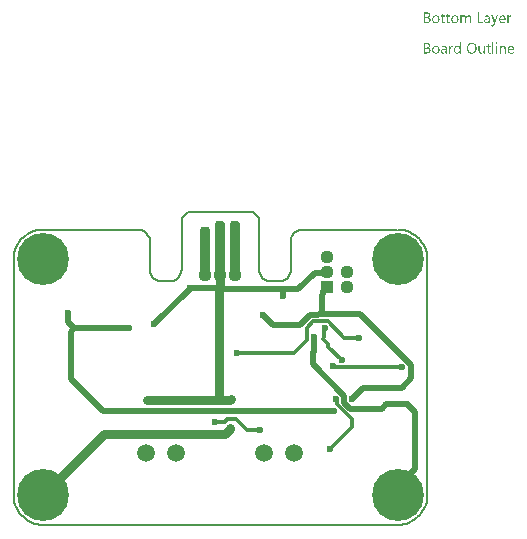
<source format=gbl>
G04*
G04 #@! TF.GenerationSoftware,Altium Limited,Altium Designer,21.9.2 (33)*
G04*
G04 Layer_Physical_Order=2*
G04 Layer_Color=16711680*
%FSLAX42Y42*%
%MOMM*%
G71*
G04*
G04 #@! TF.SameCoordinates,C9CDC17D-2FD3-46DB-A318-01BEEBB1E299*
G04*
G04*
G04 #@! TF.FilePolarity,Positive*
G04*
G01*
G75*
%ADD15C,0.20*%
%ADD59C,0.50*%
%ADD60C,0.30*%
%ADD61C,0.75*%
%ADD65C,1.52*%
%ADD66C,4.40*%
%ADD67C,1.11*%
%ADD68R,1.11X1.11*%
%ADD69C,0.60*%
G04:AMPARAMS|DCode=70|XSize=0.9mm|YSize=4.3mm|CornerRadius=0.35mm|HoleSize=0mm|Usage=FLASHONLY|Rotation=180.000|XOffset=0mm|YOffset=0mm|HoleType=Round|Shape=RoundedRectangle|*
%AMROUNDEDRECTD70*
21,1,0.90,3.60,0,0,180.0*
21,1,0.20,4.30,0,0,180.0*
1,1,0.70,-0.10,1.80*
1,1,0.70,0.10,1.80*
1,1,0.70,0.10,-1.80*
1,1,0.70,-0.10,-1.80*
%
%ADD70ROUNDEDRECTD70*%
G04:AMPARAMS|DCode=71|XSize=0.9mm|YSize=4.8mm|CornerRadius=0.35mm|HoleSize=0mm|Usage=FLASHONLY|Rotation=180.000|XOffset=0mm|YOffset=0mm|HoleType=Round|Shape=RoundedRectangle|*
%AMROUNDEDRECTD71*
21,1,0.90,4.10,0,0,180.0*
21,1,0.20,4.80,0,0,180.0*
1,1,0.70,-0.10,2.05*
1,1,0.70,0.10,2.05*
1,1,0.70,0.10,-2.05*
1,1,0.70,-0.10,-2.05*
%
%ADD71ROUNDEDRECTD71*%
G36*
X4778Y4740D02*
X4778Y4740D01*
X4779Y4740D01*
X4780Y4740D01*
X4782Y4739D01*
X4784Y4739D01*
X4785Y4738D01*
X4787Y4737D01*
X4788Y4736D01*
X4789Y4736D01*
X4790Y4735D01*
X4791Y4734D01*
X4792Y4733D01*
X4793Y4732D01*
X4794Y4731D01*
X4795Y4729D01*
X4795Y4728D01*
X4796Y4726D01*
X4797Y4725D01*
X4797Y4723D01*
X4797Y4721D01*
X4798Y4719D01*
X4798Y4717D01*
X4798Y4714D01*
X4798Y4675D01*
X4788Y4675D01*
X4788Y4712D01*
X4788Y4712D01*
X4788Y4712D01*
X4788Y4713D01*
X4788Y4713D01*
X4788Y4714D01*
X4788Y4715D01*
X4787Y4716D01*
X4787Y4717D01*
X4787Y4720D01*
X4786Y4722D01*
X4786Y4724D01*
X4786Y4725D01*
X4785Y4726D01*
X4784Y4727D01*
X4784Y4727D01*
X4784Y4727D01*
X4784Y4727D01*
X4784Y4728D01*
X4783Y4728D01*
X4783Y4728D01*
X4782Y4729D01*
X4782Y4729D01*
X4781Y4730D01*
X4780Y4730D01*
X4779Y4730D01*
X4778Y4731D01*
X4777Y4731D01*
X4776Y4731D01*
X4775Y4731D01*
X4773Y4732D01*
X4773Y4732D01*
X4772Y4731D01*
X4772Y4731D01*
X4771Y4731D01*
X4770Y4731D01*
X4769Y4731D01*
X4768Y4730D01*
X4767Y4730D01*
X4766Y4729D01*
X4765Y4728D01*
X4764Y4728D01*
X4763Y4727D01*
X4762Y4726D01*
X4762Y4726D01*
X4762Y4725D01*
X4762Y4725D01*
X4762Y4725D01*
X4761Y4724D01*
X4761Y4723D01*
X4760Y4722D01*
X4760Y4722D01*
X4760Y4721D01*
X4759Y4719D01*
X4759Y4718D01*
X4759Y4717D01*
X4758Y4716D01*
X4758Y4714D01*
X4758Y4713D01*
X4758Y4711D01*
X4758Y4675D01*
X4748Y4675D01*
X4748Y4713D01*
X4748Y4713D01*
X4748Y4713D01*
X4748Y4713D01*
X4748Y4714D01*
X4748Y4714D01*
X4748Y4715D01*
X4747Y4716D01*
X4747Y4717D01*
X4747Y4719D01*
X4746Y4720D01*
X4746Y4722D01*
X4745Y4724D01*
X4744Y4726D01*
X4743Y4727D01*
X4741Y4729D01*
X4740Y4730D01*
X4739Y4730D01*
X4738Y4731D01*
X4737Y4731D01*
X4736Y4731D01*
X4734Y4731D01*
X4733Y4732D01*
X4732Y4732D01*
X4732Y4731D01*
X4731Y4731D01*
X4731Y4731D01*
X4729Y4731D01*
X4728Y4731D01*
X4727Y4730D01*
X4727Y4730D01*
X4726Y4729D01*
X4725Y4729D01*
X4724Y4728D01*
X4723Y4727D01*
X4722Y4726D01*
X4722Y4726D01*
X4722Y4726D01*
X4722Y4725D01*
X4721Y4725D01*
X4721Y4724D01*
X4721Y4724D01*
X4720Y4723D01*
X4720Y4722D01*
X4719Y4721D01*
X4719Y4720D01*
X4719Y4719D01*
X4718Y4717D01*
X4718Y4716D01*
X4718Y4715D01*
X4718Y4713D01*
X4718Y4711D01*
X4718Y4675D01*
X4707Y4675D01*
X4707Y4739D01*
X4718Y4739D01*
X4718Y4729D01*
X4718Y4729D01*
X4718Y4729D01*
X4718Y4729D01*
X4719Y4730D01*
X4719Y4730D01*
X4720Y4731D01*
X4721Y4732D01*
X4722Y4733D01*
X4723Y4734D01*
X4724Y4735D01*
X4726Y4737D01*
X4727Y4738D01*
X4729Y4738D01*
X4731Y4739D01*
X4733Y4740D01*
X4735Y4740D01*
X4738Y4740D01*
X4738Y4740D01*
X4739Y4740D01*
X4739Y4740D01*
X4740Y4740D01*
X4741Y4740D01*
X4742Y4740D01*
X4743Y4739D01*
X4745Y4739D01*
X4747Y4738D01*
X4748Y4737D01*
X4749Y4737D01*
X4749Y4736D01*
X4749Y4736D01*
X4749Y4736D01*
X4750Y4736D01*
X4751Y4735D01*
X4752Y4734D01*
X4753Y4733D01*
X4754Y4731D01*
X4755Y4729D01*
X4756Y4727D01*
X4756Y4727D01*
X4756Y4727D01*
X4756Y4728D01*
X4757Y4729D01*
X4758Y4730D01*
X4759Y4731D01*
X4760Y4732D01*
X4761Y4734D01*
X4762Y4735D01*
X4764Y4736D01*
X4766Y4737D01*
X4768Y4738D01*
X4770Y4739D01*
X4772Y4740D01*
X4774Y4740D01*
X4777Y4740D01*
X4777Y4740D01*
X4778Y4740D01*
X4778Y4740D02*
G37*
G36*
X5134Y4740D02*
X5135Y4740D01*
X5136Y4740D01*
X5137Y4739D01*
X5138Y4739D01*
X5139Y4739D01*
X5139Y4728D01*
X5138Y4728D01*
X5138Y4729D01*
X5137Y4729D01*
X5137Y4729D01*
X5135Y4730D01*
X5134Y4730D01*
X5133Y4730D01*
X5131Y4730D01*
X5130Y4730D01*
X5130Y4730D01*
X5129Y4730D01*
X5129Y4730D01*
X5127Y4730D01*
X5126Y4729D01*
X5125Y4729D01*
X5124Y4728D01*
X5123Y4728D01*
X5123Y4727D01*
X5122Y4726D01*
X5121Y4725D01*
X5120Y4724D01*
X5120Y4724D01*
X5120Y4724D01*
X5119Y4724D01*
X5119Y4723D01*
X5119Y4722D01*
X5118Y4722D01*
X5118Y4721D01*
X5118Y4720D01*
X5117Y4719D01*
X5117Y4717D01*
X5116Y4716D01*
X5116Y4715D01*
X5116Y4713D01*
X5116Y4711D01*
X5116Y4709D01*
X5115Y4707D01*
X5115Y4675D01*
X5105Y4675D01*
X5105Y4739D01*
X5115Y4739D01*
X5115Y4726D01*
X5116Y4726D01*
X5116Y4726D01*
X5116Y4726D01*
X5116Y4726D01*
X5116Y4727D01*
X5116Y4727D01*
X5117Y4728D01*
X5117Y4729D01*
X5118Y4731D01*
X5119Y4733D01*
X5121Y4734D01*
X5122Y4736D01*
X5122Y4736D01*
X5123Y4736D01*
X5123Y4736D01*
X5123Y4737D01*
X5124Y4737D01*
X5124Y4737D01*
X5125Y4738D01*
X5127Y4739D01*
X5129Y4739D01*
X5130Y4740D01*
X5131Y4740D01*
X5132Y4740D01*
X5133Y4740D01*
X5134Y4740D01*
X5134Y4740D02*
G37*
G36*
X4998Y4665D02*
X4998Y4665D01*
X4998Y4665D01*
X4998Y4664D01*
X4998Y4664D01*
X4998Y4663D01*
X4998Y4663D01*
X4997Y4662D01*
X4996Y4660D01*
X4995Y4658D01*
X4994Y4657D01*
X4993Y4655D01*
X4991Y4653D01*
X4990Y4651D01*
X4988Y4650D01*
X4986Y4648D01*
X4984Y4647D01*
X4983Y4646D01*
X4981Y4646D01*
X4980Y4645D01*
X4979Y4645D01*
X4978Y4645D01*
X4976Y4645D01*
X4976Y4645D01*
X4975Y4645D01*
X4974Y4645D01*
X4973Y4645D01*
X4972Y4645D01*
X4971Y4646D01*
X4970Y4646D01*
X4970Y4655D01*
X4970Y4655D01*
X4970Y4655D01*
X4971Y4655D01*
X4972Y4654D01*
X4973Y4654D01*
X4974Y4654D01*
X4975Y4654D01*
X4976Y4654D01*
X4976Y4654D01*
X4976Y4654D01*
X4977Y4654D01*
X4978Y4654D01*
X4978Y4654D01*
X4979Y4655D01*
X4980Y4655D01*
X4981Y4656D01*
X4982Y4656D01*
X4983Y4657D01*
X4984Y4658D01*
X4985Y4659D01*
X4986Y4660D01*
X4987Y4661D01*
X4987Y4663D01*
X4992Y4675D01*
X4968Y4739D01*
X4979Y4739D01*
X4996Y4690D01*
X4996Y4690D01*
X4996Y4689D01*
X4996Y4689D01*
X4996Y4689D01*
X4997Y4688D01*
X4997Y4687D01*
X4997Y4686D01*
X4997Y4685D01*
X4998Y4685D01*
X4998Y4685D01*
X4998Y4685D01*
X4998Y4685D01*
X4998Y4686D01*
X4998Y4687D01*
X4998Y4687D01*
X4999Y4688D01*
X4999Y4690D01*
X5017Y4739D01*
X5028Y4739D01*
X4998Y4665D01*
X4998Y4665D02*
G37*
G36*
X4936Y4740D02*
X4937Y4740D01*
X4937Y4740D01*
X4938Y4740D01*
X4939Y4740D01*
X4940Y4739D01*
X4942Y4739D01*
X4944Y4738D01*
X4946Y4737D01*
X4949Y4736D01*
X4950Y4735D01*
X4951Y4734D01*
X4952Y4733D01*
X4953Y4733D01*
X4953Y4731D01*
X4954Y4730D01*
X4955Y4729D01*
X4956Y4727D01*
X4956Y4726D01*
X4957Y4724D01*
X4957Y4723D01*
X4957Y4721D01*
X4958Y4719D01*
X4958Y4716D01*
X4958Y4675D01*
X4948Y4675D01*
X4948Y4685D01*
X4947Y4685D01*
X4947Y4685D01*
X4947Y4684D01*
X4947Y4684D01*
X4946Y4683D01*
X4945Y4682D01*
X4944Y4681D01*
X4944Y4680D01*
X4942Y4679D01*
X4941Y4678D01*
X4940Y4677D01*
X4938Y4676D01*
X4936Y4675D01*
X4934Y4675D01*
X4932Y4674D01*
X4930Y4674D01*
X4928Y4673D01*
X4927Y4673D01*
X4926Y4674D01*
X4925Y4674D01*
X4924Y4674D01*
X4923Y4674D01*
X4922Y4674D01*
X4920Y4675D01*
X4919Y4675D01*
X4917Y4676D01*
X4916Y4676D01*
X4915Y4677D01*
X4914Y4678D01*
X4913Y4679D01*
X4913Y4679D01*
X4913Y4679D01*
X4912Y4679D01*
X4912Y4679D01*
X4911Y4680D01*
X4911Y4681D01*
X4911Y4681D01*
X4910Y4682D01*
X4910Y4683D01*
X4909Y4684D01*
X4909Y4685D01*
X4908Y4686D01*
X4908Y4688D01*
X4908Y4689D01*
X4907Y4690D01*
X4907Y4692D01*
X4907Y4692D01*
X4907Y4692D01*
X4907Y4692D01*
X4907Y4693D01*
X4907Y4693D01*
X4908Y4694D01*
X4908Y4695D01*
X4908Y4696D01*
X4909Y4698D01*
X4909Y4699D01*
X4910Y4701D01*
X4911Y4703D01*
X4913Y4705D01*
X4913Y4706D01*
X4914Y4707D01*
X4915Y4707D01*
X4916Y4708D01*
X4917Y4709D01*
X4919Y4710D01*
X4920Y4710D01*
X4922Y4711D01*
X4923Y4711D01*
X4925Y4712D01*
X4927Y4712D01*
X4928Y4713D01*
X4948Y4715D01*
X4948Y4715D01*
X4948Y4715D01*
X4948Y4716D01*
X4948Y4716D01*
X4947Y4717D01*
X4947Y4718D01*
X4947Y4719D01*
X4947Y4721D01*
X4946Y4722D01*
X4946Y4723D01*
X4945Y4725D01*
X4944Y4726D01*
X4943Y4728D01*
X4942Y4729D01*
X4940Y4730D01*
X4939Y4731D01*
X4938Y4731D01*
X4937Y4731D01*
X4936Y4731D01*
X4934Y4732D01*
X4934Y4732D01*
X4933Y4731D01*
X4932Y4731D01*
X4931Y4731D01*
X4930Y4731D01*
X4929Y4731D01*
X4928Y4731D01*
X4926Y4730D01*
X4924Y4730D01*
X4923Y4729D01*
X4921Y4728D01*
X4919Y4727D01*
X4917Y4726D01*
X4915Y4725D01*
X4914Y4724D01*
X4914Y4734D01*
X4914Y4734D01*
X4914Y4734D01*
X4915Y4735D01*
X4915Y4735D01*
X4916Y4736D01*
X4917Y4736D01*
X4918Y4737D01*
X4920Y4737D01*
X4921Y4738D01*
X4923Y4738D01*
X4925Y4739D01*
X4927Y4739D01*
X4929Y4740D01*
X4931Y4740D01*
X4933Y4740D01*
X4935Y4740D01*
X4936Y4740D01*
X4936Y4740D01*
X4936Y4740D02*
G37*
G36*
X4864Y4684D02*
X4900Y4684D01*
X4900Y4675D01*
X4854Y4675D01*
X4854Y4764D01*
X4864Y4764D01*
X4864Y4684D01*
X4864Y4684D02*
G37*
G36*
X4427Y4764D02*
X4428Y4764D01*
X4429Y4764D01*
X4431Y4764D01*
X4432Y4764D01*
X4433Y4763D01*
X4435Y4763D01*
X4436Y4762D01*
X4438Y4762D01*
X4440Y4761D01*
X4441Y4760D01*
X4442Y4760D01*
X4444Y4758D01*
X4444Y4758D01*
X4444Y4758D01*
X4444Y4758D01*
X4445Y4757D01*
X4445Y4757D01*
X4446Y4756D01*
X4446Y4755D01*
X4447Y4755D01*
X4448Y4754D01*
X4448Y4752D01*
X4449Y4751D01*
X4449Y4750D01*
X4450Y4749D01*
X4450Y4747D01*
X4450Y4745D01*
X4450Y4744D01*
X4450Y4744D01*
X4450Y4744D01*
X4450Y4743D01*
X4450Y4743D01*
X4450Y4742D01*
X4450Y4741D01*
X4450Y4740D01*
X4450Y4739D01*
X4449Y4737D01*
X4449Y4735D01*
X4448Y4734D01*
X4448Y4733D01*
X4447Y4732D01*
X4446Y4731D01*
X4446Y4730D01*
X4446Y4730D01*
X4446Y4730D01*
X4446Y4730D01*
X4445Y4729D01*
X4445Y4729D01*
X4444Y4728D01*
X4443Y4727D01*
X4443Y4727D01*
X4442Y4726D01*
X4441Y4726D01*
X4440Y4725D01*
X4439Y4724D01*
X4438Y4724D01*
X4435Y4723D01*
X4435Y4722D01*
X4435Y4722D01*
X4435Y4722D01*
X4436Y4722D01*
X4437Y4722D01*
X4437Y4722D01*
X4438Y4722D01*
X4439Y4721D01*
X4440Y4721D01*
X4443Y4720D01*
X4444Y4720D01*
X4445Y4719D01*
X4446Y4718D01*
X4447Y4718D01*
X4449Y4717D01*
X4450Y4716D01*
X4450Y4715D01*
X4450Y4715D01*
X4450Y4715D01*
X4450Y4715D01*
X4451Y4714D01*
X4451Y4713D01*
X4452Y4712D01*
X4452Y4712D01*
X4453Y4711D01*
X4453Y4709D01*
X4454Y4708D01*
X4454Y4707D01*
X4454Y4705D01*
X4455Y4704D01*
X4455Y4702D01*
X4455Y4701D01*
X4455Y4700D01*
X4455Y4700D01*
X4455Y4699D01*
X4455Y4699D01*
X4455Y4698D01*
X4454Y4697D01*
X4454Y4695D01*
X4454Y4694D01*
X4453Y4692D01*
X4453Y4691D01*
X4452Y4690D01*
X4451Y4688D01*
X4451Y4686D01*
X4449Y4685D01*
X4448Y4683D01*
X4447Y4682D01*
X4447Y4682D01*
X4446Y4682D01*
X4446Y4681D01*
X4445Y4681D01*
X4444Y4680D01*
X4443Y4680D01*
X4442Y4679D01*
X4441Y4679D01*
X4440Y4678D01*
X4438Y4677D01*
X4436Y4677D01*
X4434Y4676D01*
X4432Y4676D01*
X4430Y4675D01*
X4428Y4675D01*
X4426Y4675D01*
X4400Y4675D01*
X4400Y4764D01*
X4426Y4764D01*
X4427Y4764D01*
X4427Y4764D02*
G37*
G36*
X4603Y4739D02*
X4619Y4739D01*
X4619Y4730D01*
X4603Y4730D01*
X4603Y4694D01*
X4603Y4694D01*
X4603Y4694D01*
X4603Y4693D01*
X4603Y4693D01*
X4603Y4692D01*
X4603Y4692D01*
X4603Y4691D01*
X4604Y4689D01*
X4604Y4687D01*
X4605Y4686D01*
X4605Y4685D01*
X4605Y4685D01*
X4605Y4685D01*
X4606Y4684D01*
X4606Y4684D01*
X4607Y4684D01*
X4608Y4683D01*
X4609Y4683D01*
X4611Y4682D01*
X4612Y4682D01*
X4613Y4682D01*
X4614Y4682D01*
X4615Y4682D01*
X4616Y4683D01*
X4617Y4683D01*
X4618Y4684D01*
X4619Y4684D01*
X4619Y4676D01*
X4619Y4676D01*
X4619Y4675D01*
X4619Y4675D01*
X4619Y4675D01*
X4618Y4675D01*
X4617Y4675D01*
X4615Y4674D01*
X4614Y4674D01*
X4612Y4674D01*
X4610Y4674D01*
X4609Y4674D01*
X4608Y4674D01*
X4607Y4674D01*
X4606Y4674D01*
X4604Y4675D01*
X4603Y4675D01*
X4601Y4676D01*
X4600Y4677D01*
X4598Y4678D01*
X4597Y4680D01*
X4596Y4681D01*
X4595Y4681D01*
X4595Y4683D01*
X4594Y4684D01*
X4594Y4685D01*
X4594Y4686D01*
X4593Y4687D01*
X4593Y4689D01*
X4593Y4691D01*
X4593Y4692D01*
X4593Y4730D01*
X4582Y4730D01*
X4582Y4739D01*
X4593Y4739D01*
X4593Y4754D01*
X4603Y4758D01*
X4603Y4739D01*
X4603Y4739D02*
G37*
G36*
X4560Y4739D02*
X4576Y4739D01*
X4576Y4730D01*
X4560Y4730D01*
X4560Y4694D01*
X4560Y4694D01*
X4560Y4694D01*
X4560Y4693D01*
X4560Y4693D01*
X4560Y4692D01*
X4560Y4692D01*
X4560Y4691D01*
X4560Y4689D01*
X4561Y4687D01*
X4561Y4686D01*
X4562Y4685D01*
X4562Y4685D01*
X4562Y4685D01*
X4562Y4684D01*
X4563Y4684D01*
X4564Y4684D01*
X4565Y4683D01*
X4566Y4683D01*
X4568Y4682D01*
X4569Y4682D01*
X4570Y4682D01*
X4571Y4682D01*
X4572Y4682D01*
X4573Y4683D01*
X4574Y4683D01*
X4575Y4684D01*
X4576Y4684D01*
X4576Y4676D01*
X4576Y4676D01*
X4576Y4675D01*
X4576Y4675D01*
X4575Y4675D01*
X4574Y4675D01*
X4573Y4675D01*
X4572Y4674D01*
X4570Y4674D01*
X4569Y4674D01*
X4566Y4674D01*
X4566Y4674D01*
X4565Y4674D01*
X4564Y4674D01*
X4563Y4674D01*
X4561Y4675D01*
X4560Y4675D01*
X4558Y4676D01*
X4557Y4677D01*
X4555Y4678D01*
X4554Y4680D01*
X4553Y4681D01*
X4552Y4681D01*
X4552Y4683D01*
X4551Y4684D01*
X4551Y4685D01*
X4550Y4686D01*
X4550Y4687D01*
X4550Y4689D01*
X4550Y4691D01*
X4550Y4692D01*
X4550Y4730D01*
X4539Y4730D01*
X4539Y4739D01*
X4550Y4739D01*
X4550Y4754D01*
X4560Y4758D01*
X4560Y4739D01*
X4560Y4739D02*
G37*
G36*
X5065Y4740D02*
X5066Y4740D01*
X5067Y4740D01*
X5068Y4740D01*
X5069Y4739D01*
X5071Y4739D01*
X5072Y4739D01*
X5074Y4738D01*
X5075Y4738D01*
X5077Y4737D01*
X5079Y4736D01*
X5080Y4735D01*
X5082Y4733D01*
X5083Y4732D01*
X5083Y4732D01*
X5083Y4732D01*
X5084Y4731D01*
X5084Y4731D01*
X5085Y4730D01*
X5085Y4729D01*
X5086Y4728D01*
X5086Y4726D01*
X5087Y4725D01*
X5088Y4723D01*
X5088Y4721D01*
X5089Y4719D01*
X5089Y4717D01*
X5090Y4715D01*
X5090Y4712D01*
X5090Y4710D01*
X5090Y4704D01*
X5045Y4704D01*
X5045Y4704D01*
X5045Y4704D01*
X5045Y4703D01*
X5045Y4703D01*
X5045Y4702D01*
X5045Y4701D01*
X5045Y4699D01*
X5046Y4698D01*
X5046Y4696D01*
X5047Y4694D01*
X5047Y4693D01*
X5048Y4691D01*
X5049Y4690D01*
X5050Y4689D01*
X5051Y4688D01*
X5051Y4688D01*
X5051Y4688D01*
X5051Y4687D01*
X5052Y4687D01*
X5052Y4686D01*
X5053Y4686D01*
X5054Y4685D01*
X5054Y4685D01*
X5056Y4684D01*
X5057Y4684D01*
X5058Y4683D01*
X5059Y4683D01*
X5061Y4683D01*
X5062Y4682D01*
X5064Y4682D01*
X5066Y4682D01*
X5066Y4682D01*
X5067Y4682D01*
X5067Y4682D01*
X5068Y4682D01*
X5069Y4682D01*
X5071Y4683D01*
X5072Y4683D01*
X5074Y4683D01*
X5075Y4684D01*
X5077Y4684D01*
X5079Y4685D01*
X5080Y4686D01*
X5082Y4687D01*
X5084Y4688D01*
X5085Y4689D01*
X5085Y4680D01*
X5085Y4679D01*
X5085Y4679D01*
X5085Y4679D01*
X5084Y4679D01*
X5083Y4678D01*
X5082Y4678D01*
X5081Y4677D01*
X5080Y4677D01*
X5078Y4676D01*
X5076Y4675D01*
X5075Y4675D01*
X5073Y4674D01*
X5070Y4674D01*
X5068Y4674D01*
X5066Y4674D01*
X5063Y4673D01*
X5063Y4673D01*
X5062Y4674D01*
X5061Y4674D01*
X5060Y4674D01*
X5058Y4674D01*
X5057Y4674D01*
X5056Y4675D01*
X5054Y4675D01*
X5052Y4676D01*
X5050Y4676D01*
X5049Y4677D01*
X5047Y4678D01*
X5045Y4679D01*
X5044Y4681D01*
X5042Y4682D01*
X5042Y4682D01*
X5042Y4683D01*
X5041Y4683D01*
X5041Y4684D01*
X5040Y4685D01*
X5040Y4686D01*
X5039Y4687D01*
X5038Y4688D01*
X5037Y4690D01*
X5037Y4692D01*
X5036Y4694D01*
X5036Y4696D01*
X5035Y4698D01*
X5035Y4701D01*
X5034Y4704D01*
X5034Y4707D01*
X5034Y4707D01*
X5034Y4707D01*
X5034Y4707D01*
X5034Y4707D01*
X5034Y4708D01*
X5034Y4709D01*
X5035Y4710D01*
X5035Y4712D01*
X5035Y4713D01*
X5035Y4715D01*
X5036Y4717D01*
X5036Y4719D01*
X5037Y4721D01*
X5038Y4723D01*
X5039Y4725D01*
X5040Y4727D01*
X5041Y4729D01*
X5043Y4731D01*
X5043Y4731D01*
X5043Y4731D01*
X5044Y4732D01*
X5044Y4732D01*
X5045Y4733D01*
X5046Y4734D01*
X5047Y4735D01*
X5049Y4735D01*
X5050Y4736D01*
X5052Y4737D01*
X5053Y4738D01*
X5055Y4739D01*
X5057Y4739D01*
X5059Y4740D01*
X5061Y4740D01*
X5064Y4740D01*
X5064Y4740D01*
X5065Y4740D01*
X5065Y4740D02*
G37*
G36*
X4662Y4740D02*
X4663Y4740D01*
X4664Y4740D01*
X4666Y4740D01*
X4667Y4739D01*
X4669Y4739D01*
X4671Y4739D01*
X4673Y4738D01*
X4674Y4737D01*
X4676Y4737D01*
X4678Y4735D01*
X4680Y4734D01*
X4682Y4733D01*
X4683Y4731D01*
X4683Y4731D01*
X4683Y4731D01*
X4684Y4730D01*
X4684Y4730D01*
X4685Y4729D01*
X4686Y4728D01*
X4686Y4727D01*
X4687Y4725D01*
X4688Y4723D01*
X4689Y4722D01*
X4689Y4720D01*
X4690Y4717D01*
X4690Y4715D01*
X4691Y4713D01*
X4691Y4710D01*
X4691Y4707D01*
X4691Y4707D01*
X4691Y4707D01*
X4691Y4707D01*
X4691Y4706D01*
X4691Y4706D01*
X4691Y4705D01*
X4691Y4703D01*
X4691Y4702D01*
X4690Y4700D01*
X4690Y4698D01*
X4690Y4696D01*
X4689Y4694D01*
X4688Y4692D01*
X4687Y4690D01*
X4686Y4688D01*
X4685Y4686D01*
X4684Y4684D01*
X4682Y4683D01*
X4682Y4683D01*
X4682Y4682D01*
X4682Y4682D01*
X4681Y4681D01*
X4680Y4680D01*
X4679Y4680D01*
X4678Y4679D01*
X4676Y4678D01*
X4675Y4677D01*
X4673Y4676D01*
X4671Y4676D01*
X4669Y4675D01*
X4667Y4674D01*
X4664Y4674D01*
X4662Y4674D01*
X4659Y4673D01*
X4659Y4673D01*
X4658Y4674D01*
X4657Y4674D01*
X4656Y4674D01*
X4654Y4674D01*
X4653Y4674D01*
X4651Y4675D01*
X4650Y4675D01*
X4648Y4676D01*
X4646Y4676D01*
X4644Y4677D01*
X4642Y4678D01*
X4640Y4679D01*
X4638Y4681D01*
X4637Y4682D01*
X4637Y4682D01*
X4636Y4683D01*
X4636Y4683D01*
X4635Y4684D01*
X4635Y4685D01*
X4634Y4686D01*
X4633Y4687D01*
X4633Y4689D01*
X4632Y4690D01*
X4631Y4692D01*
X4630Y4694D01*
X4630Y4696D01*
X4629Y4698D01*
X4629Y4701D01*
X4628Y4703D01*
X4628Y4706D01*
X4628Y4706D01*
X4628Y4706D01*
X4628Y4706D01*
X4628Y4707D01*
X4628Y4708D01*
X4629Y4709D01*
X4629Y4710D01*
X4629Y4712D01*
X4629Y4713D01*
X4629Y4715D01*
X4630Y4717D01*
X4631Y4719D01*
X4631Y4721D01*
X4632Y4723D01*
X4633Y4726D01*
X4634Y4727D01*
X4636Y4729D01*
X4637Y4731D01*
X4637Y4731D01*
X4637Y4732D01*
X4638Y4732D01*
X4639Y4733D01*
X4640Y4733D01*
X4641Y4734D01*
X4642Y4735D01*
X4643Y4736D01*
X4645Y4737D01*
X4647Y4737D01*
X4649Y4738D01*
X4651Y4739D01*
X4653Y4739D01*
X4656Y4740D01*
X4658Y4740D01*
X4661Y4740D01*
X4662Y4740D01*
X4662Y4740D01*
X4662Y4740D02*
G37*
G36*
X4501Y4740D02*
X4502Y4740D01*
X4503Y4740D01*
X4505Y4740D01*
X4506Y4739D01*
X4508Y4739D01*
X4510Y4739D01*
X4512Y4738D01*
X4513Y4737D01*
X4515Y4737D01*
X4517Y4735D01*
X4519Y4734D01*
X4520Y4733D01*
X4522Y4731D01*
X4522Y4731D01*
X4522Y4731D01*
X4523Y4730D01*
X4523Y4730D01*
X4524Y4729D01*
X4525Y4728D01*
X4525Y4727D01*
X4526Y4725D01*
X4527Y4723D01*
X4528Y4722D01*
X4528Y4720D01*
X4529Y4717D01*
X4529Y4715D01*
X4530Y4713D01*
X4530Y4710D01*
X4530Y4707D01*
X4530Y4707D01*
X4530Y4707D01*
X4530Y4707D01*
X4530Y4706D01*
X4530Y4706D01*
X4530Y4705D01*
X4530Y4703D01*
X4530Y4702D01*
X4529Y4700D01*
X4529Y4698D01*
X4528Y4696D01*
X4528Y4694D01*
X4527Y4692D01*
X4526Y4690D01*
X4525Y4688D01*
X4524Y4686D01*
X4523Y4684D01*
X4521Y4683D01*
X4521Y4683D01*
X4521Y4682D01*
X4521Y4682D01*
X4520Y4681D01*
X4519Y4680D01*
X4518Y4680D01*
X4517Y4679D01*
X4515Y4678D01*
X4514Y4677D01*
X4512Y4676D01*
X4510Y4676D01*
X4508Y4675D01*
X4506Y4674D01*
X4503Y4674D01*
X4501Y4674D01*
X4498Y4673D01*
X4498Y4673D01*
X4497Y4674D01*
X4496Y4674D01*
X4495Y4674D01*
X4493Y4674D01*
X4492Y4674D01*
X4490Y4675D01*
X4488Y4675D01*
X4487Y4676D01*
X4485Y4676D01*
X4483Y4677D01*
X4481Y4678D01*
X4479Y4679D01*
X4477Y4681D01*
X4476Y4682D01*
X4476Y4682D01*
X4475Y4683D01*
X4475Y4683D01*
X4474Y4684D01*
X4474Y4685D01*
X4473Y4686D01*
X4472Y4687D01*
X4472Y4689D01*
X4471Y4690D01*
X4470Y4692D01*
X4469Y4694D01*
X4469Y4696D01*
X4468Y4698D01*
X4468Y4701D01*
X4467Y4703D01*
X4467Y4706D01*
X4467Y4706D01*
X4467Y4706D01*
X4467Y4706D01*
X4467Y4707D01*
X4467Y4708D01*
X4467Y4709D01*
X4468Y4710D01*
X4468Y4712D01*
X4468Y4713D01*
X4468Y4715D01*
X4469Y4717D01*
X4469Y4719D01*
X4470Y4721D01*
X4471Y4723D01*
X4472Y4726D01*
X4473Y4727D01*
X4474Y4729D01*
X4476Y4731D01*
X4476Y4731D01*
X4476Y4732D01*
X4477Y4732D01*
X4478Y4733D01*
X4479Y4733D01*
X4480Y4734D01*
X4481Y4735D01*
X4482Y4736D01*
X4484Y4737D01*
X4486Y4737D01*
X4488Y4738D01*
X4490Y4739D01*
X4492Y4739D01*
X4494Y4740D01*
X4497Y4740D01*
X4500Y4740D01*
X4500Y4740D01*
X4501Y4740D01*
X4501Y4740D02*
G37*
G36*
X5014Y4510D02*
X5015Y4509D01*
X5015Y4509D01*
X5016Y4509D01*
X5017Y4508D01*
X5018Y4508D01*
X5018Y4508D01*
X5018Y4507D01*
X5018Y4507D01*
X5019Y4506D01*
X5019Y4506D01*
X5019Y4505D01*
X5020Y4504D01*
X5020Y4503D01*
X5020Y4503D01*
X5020Y4503D01*
X5020Y4502D01*
X5019Y4501D01*
X5019Y4501D01*
X5019Y4500D01*
X5018Y4499D01*
X5018Y4498D01*
X5018Y4498D01*
X5017Y4498D01*
X5017Y4498D01*
X5016Y4497D01*
X5016Y4497D01*
X5015Y4497D01*
X5014Y4496D01*
X5013Y4496D01*
X5013Y4496D01*
X5012Y4496D01*
X5011Y4497D01*
X5011Y4497D01*
X5010Y4497D01*
X5009Y4498D01*
X5008Y4498D01*
X5008Y4498D01*
X5008Y4499D01*
X5008Y4499D01*
X5007Y4500D01*
X5007Y4500D01*
X5007Y4501D01*
X5006Y4502D01*
X5006Y4503D01*
X5006Y4503D01*
X5006Y4503D01*
X5006Y4504D01*
X5007Y4505D01*
X5007Y4505D01*
X5007Y4506D01*
X5008Y4507D01*
X5008Y4508D01*
X5008Y4508D01*
X5009Y4508D01*
X5009Y4508D01*
X5010Y4509D01*
X5010Y4509D01*
X5011Y4509D01*
X5012Y4510D01*
X5013Y4510D01*
X5013Y4510D01*
X5014Y4510D01*
X5014Y4510D02*
G37*
G36*
X4710Y4416D02*
X4700Y4416D01*
X4700Y4427D01*
X4700Y4427D01*
X4699Y4427D01*
X4699Y4427D01*
X4699Y4426D01*
X4698Y4425D01*
X4697Y4424D01*
X4697Y4423D01*
X4695Y4422D01*
X4694Y4421D01*
X4693Y4420D01*
X4691Y4419D01*
X4689Y4418D01*
X4687Y4417D01*
X4685Y4416D01*
X4683Y4416D01*
X4680Y4415D01*
X4678Y4415D01*
X4677Y4415D01*
X4676Y4415D01*
X4676Y4415D01*
X4675Y4415D01*
X4673Y4415D01*
X4672Y4416D01*
X4671Y4416D01*
X4669Y4416D01*
X4668Y4417D01*
X4666Y4418D01*
X4664Y4419D01*
X4663Y4420D01*
X4661Y4421D01*
X4660Y4422D01*
X4658Y4424D01*
X4658Y4424D01*
X4658Y4424D01*
X4658Y4424D01*
X4657Y4425D01*
X4657Y4426D01*
X4656Y4427D01*
X4655Y4428D01*
X4655Y4430D01*
X4654Y4431D01*
X4654Y4433D01*
X4653Y4435D01*
X4652Y4437D01*
X4652Y4439D01*
X4652Y4442D01*
X4651Y4444D01*
X4651Y4447D01*
X4651Y4447D01*
X4651Y4447D01*
X4651Y4447D01*
X4651Y4447D01*
X4651Y4448D01*
X4651Y4449D01*
X4651Y4451D01*
X4652Y4452D01*
X4652Y4454D01*
X4652Y4456D01*
X4653Y4458D01*
X4653Y4460D01*
X4654Y4462D01*
X4655Y4464D01*
X4655Y4466D01*
X4657Y4468D01*
X4658Y4470D01*
X4659Y4472D01*
X4659Y4472D01*
X4660Y4473D01*
X4660Y4473D01*
X4661Y4474D01*
X4661Y4474D01*
X4662Y4475D01*
X4664Y4476D01*
X4665Y4477D01*
X4666Y4478D01*
X4668Y4479D01*
X4670Y4480D01*
X4671Y4480D01*
X4674Y4481D01*
X4676Y4481D01*
X4678Y4482D01*
X4680Y4482D01*
X4681Y4482D01*
X4682Y4482D01*
X4683Y4482D01*
X4684Y4481D01*
X4685Y4481D01*
X4686Y4481D01*
X4688Y4480D01*
X4689Y4480D01*
X4691Y4479D01*
X4692Y4478D01*
X4694Y4477D01*
X4695Y4476D01*
X4697Y4475D01*
X4698Y4473D01*
X4700Y4471D01*
X4700Y4471D01*
X4700Y4511D01*
X4710Y4511D01*
X4710Y4416D01*
X4710Y4416D02*
G37*
G36*
X5071Y4482D02*
X5072Y4482D01*
X5073Y4481D01*
X5074Y4481D01*
X5075Y4481D01*
X5076Y4481D01*
X5077Y4481D01*
X5078Y4480D01*
X5080Y4480D01*
X5081Y4479D01*
X5082Y4478D01*
X5084Y4477D01*
X5085Y4476D01*
X5086Y4475D01*
X5086Y4475D01*
X5086Y4475D01*
X5086Y4474D01*
X5087Y4474D01*
X5087Y4473D01*
X5088Y4472D01*
X5088Y4471D01*
X5089Y4470D01*
X5089Y4469D01*
X5090Y4467D01*
X5090Y4466D01*
X5091Y4464D01*
X5091Y4462D01*
X5091Y4460D01*
X5091Y4458D01*
X5091Y4455D01*
X5091Y4416D01*
X5081Y4416D01*
X5081Y4453D01*
X5081Y4453D01*
X5081Y4453D01*
X5081Y4453D01*
X5081Y4454D01*
X5081Y4454D01*
X5081Y4455D01*
X5081Y4456D01*
X5081Y4458D01*
X5080Y4459D01*
X5080Y4461D01*
X5079Y4463D01*
X5079Y4465D01*
X5078Y4467D01*
X5076Y4468D01*
X5075Y4470D01*
X5073Y4471D01*
X5072Y4472D01*
X5071Y4472D01*
X5070Y4473D01*
X5069Y4473D01*
X5068Y4473D01*
X5066Y4473D01*
X5066Y4473D01*
X5065Y4473D01*
X5065Y4473D01*
X5064Y4473D01*
X5063Y4473D01*
X5062Y4472D01*
X5061Y4472D01*
X5060Y4472D01*
X5059Y4471D01*
X5058Y4471D01*
X5057Y4470D01*
X5056Y4469D01*
X5055Y4468D01*
X5054Y4467D01*
X5054Y4467D01*
X5054Y4467D01*
X5053Y4467D01*
X5053Y4466D01*
X5053Y4466D01*
X5052Y4465D01*
X5052Y4464D01*
X5051Y4463D01*
X5051Y4462D01*
X5050Y4461D01*
X5050Y4460D01*
X5050Y4459D01*
X5049Y4457D01*
X5049Y4456D01*
X5049Y4454D01*
X5049Y4453D01*
X5049Y4416D01*
X5039Y4416D01*
X5039Y4480D01*
X5049Y4480D01*
X5049Y4470D01*
X5049Y4470D01*
X5049Y4470D01*
X5049Y4470D01*
X5050Y4471D01*
X5050Y4472D01*
X5051Y4472D01*
X5052Y4473D01*
X5053Y4475D01*
X5054Y4476D01*
X5056Y4477D01*
X5057Y4478D01*
X5059Y4479D01*
X5061Y4480D01*
X5063Y4481D01*
X5065Y4481D01*
X5067Y4482D01*
X5070Y4482D01*
X5070Y4482D01*
X5071Y4482D01*
X5071Y4482D02*
G37*
G36*
X4640Y4481D02*
X4641Y4481D01*
X4642Y4481D01*
X4643Y4481D01*
X4644Y4481D01*
X4644Y4480D01*
X4644Y4470D01*
X4644Y4470D01*
X4644Y4470D01*
X4643Y4470D01*
X4643Y4471D01*
X4641Y4471D01*
X4640Y4472D01*
X4639Y4472D01*
X4637Y4472D01*
X4636Y4472D01*
X4636Y4472D01*
X4635Y4472D01*
X4634Y4472D01*
X4633Y4471D01*
X4632Y4471D01*
X4631Y4470D01*
X4630Y4470D01*
X4629Y4469D01*
X4628Y4469D01*
X4628Y4468D01*
X4627Y4467D01*
X4626Y4466D01*
X4626Y4466D01*
X4626Y4465D01*
X4625Y4465D01*
X4625Y4465D01*
X4625Y4464D01*
X4624Y4463D01*
X4624Y4462D01*
X4624Y4461D01*
X4623Y4460D01*
X4623Y4459D01*
X4622Y4458D01*
X4622Y4456D01*
X4622Y4454D01*
X4622Y4453D01*
X4621Y4451D01*
X4621Y4449D01*
X4621Y4416D01*
X4611Y4416D01*
X4611Y4480D01*
X4621Y4480D01*
X4621Y4467D01*
X4622Y4467D01*
X4622Y4467D01*
X4622Y4467D01*
X4622Y4468D01*
X4622Y4468D01*
X4622Y4469D01*
X4623Y4469D01*
X4623Y4471D01*
X4624Y4473D01*
X4625Y4474D01*
X4627Y4476D01*
X4628Y4478D01*
X4628Y4478D01*
X4629Y4478D01*
X4629Y4478D01*
X4629Y4478D01*
X4629Y4478D01*
X4630Y4479D01*
X4631Y4479D01*
X4633Y4480D01*
X4634Y4481D01*
X4636Y4481D01*
X4637Y4481D01*
X4638Y4481D01*
X4639Y4481D01*
X4640Y4481D01*
X4640Y4481D02*
G37*
G36*
X4913Y4416D02*
X4903Y4416D01*
X4903Y4427D01*
X4903Y4427D01*
X4903Y4426D01*
X4902Y4426D01*
X4902Y4425D01*
X4902Y4425D01*
X4901Y4424D01*
X4900Y4423D01*
X4899Y4422D01*
X4898Y4421D01*
X4897Y4420D01*
X4895Y4419D01*
X4894Y4418D01*
X4892Y4417D01*
X4890Y4416D01*
X4888Y4415D01*
X4885Y4415D01*
X4883Y4415D01*
X4882Y4415D01*
X4882Y4415D01*
X4882Y4415D01*
X4881Y4415D01*
X4880Y4415D01*
X4879Y4415D01*
X4878Y4416D01*
X4876Y4416D01*
X4874Y4417D01*
X4873Y4418D01*
X4872Y4418D01*
X4871Y4419D01*
X4870Y4420D01*
X4868Y4421D01*
X4867Y4422D01*
X4866Y4423D01*
X4865Y4424D01*
X4865Y4425D01*
X4864Y4426D01*
X4863Y4428D01*
X4862Y4430D01*
X4862Y4431D01*
X4861Y4433D01*
X4861Y4435D01*
X4860Y4437D01*
X4860Y4440D01*
X4860Y4442D01*
X4860Y4480D01*
X4870Y4480D01*
X4870Y4444D01*
X4870Y4444D01*
X4870Y4443D01*
X4870Y4443D01*
X4870Y4443D01*
X4870Y4442D01*
X4870Y4442D01*
X4871Y4441D01*
X4871Y4439D01*
X4871Y4437D01*
X4872Y4435D01*
X4872Y4434D01*
X4873Y4432D01*
X4874Y4430D01*
X4875Y4428D01*
X4877Y4427D01*
X4879Y4425D01*
X4880Y4425D01*
X4881Y4424D01*
X4882Y4424D01*
X4883Y4424D01*
X4884Y4424D01*
X4886Y4424D01*
X4887Y4424D01*
X4887Y4424D01*
X4888Y4424D01*
X4888Y4424D01*
X4889Y4424D01*
X4890Y4424D01*
X4891Y4424D01*
X4892Y4425D01*
X4893Y4425D01*
X4894Y4426D01*
X4895Y4427D01*
X4896Y4427D01*
X4897Y4428D01*
X4898Y4429D01*
X4898Y4429D01*
X4898Y4429D01*
X4899Y4430D01*
X4899Y4430D01*
X4899Y4431D01*
X4900Y4431D01*
X4900Y4432D01*
X4901Y4433D01*
X4901Y4434D01*
X4901Y4435D01*
X4902Y4436D01*
X4902Y4437D01*
X4902Y4439D01*
X4903Y4440D01*
X4903Y4442D01*
X4903Y4443D01*
X4903Y4480D01*
X4913Y4480D01*
X4913Y4416D01*
X4913Y4416D02*
G37*
G36*
X5018Y4416D02*
X5008Y4416D01*
X5008Y4480D01*
X5018Y4480D01*
X5018Y4416D01*
X5018Y4416D02*
G37*
G36*
X4987Y4416D02*
X4977Y4416D01*
X4977Y4511D01*
X4987Y4511D01*
X4987Y4416D01*
X4987Y4416D02*
G37*
G36*
X4570Y4482D02*
X4571Y4482D01*
X4572Y4482D01*
X4572Y4481D01*
X4573Y4481D01*
X4575Y4481D01*
X4577Y4480D01*
X4579Y4480D01*
X4581Y4479D01*
X4583Y4477D01*
X4584Y4477D01*
X4585Y4476D01*
X4586Y4475D01*
X4587Y4474D01*
X4588Y4473D01*
X4588Y4472D01*
X4589Y4470D01*
X4590Y4469D01*
X4590Y4467D01*
X4591Y4466D01*
X4591Y4464D01*
X4592Y4462D01*
X4592Y4460D01*
X4592Y4458D01*
X4592Y4416D01*
X4582Y4416D01*
X4582Y4426D01*
X4582Y4426D01*
X4581Y4426D01*
X4581Y4426D01*
X4581Y4425D01*
X4580Y4425D01*
X4580Y4424D01*
X4579Y4423D01*
X4578Y4422D01*
X4577Y4421D01*
X4575Y4420D01*
X4574Y4419D01*
X4572Y4418D01*
X4570Y4417D01*
X4569Y4416D01*
X4566Y4415D01*
X4564Y4415D01*
X4562Y4415D01*
X4561Y4415D01*
X4560Y4415D01*
X4560Y4415D01*
X4559Y4415D01*
X4558Y4415D01*
X4557Y4416D01*
X4554Y4416D01*
X4553Y4417D01*
X4552Y4417D01*
X4550Y4418D01*
X4549Y4418D01*
X4548Y4419D01*
X4547Y4420D01*
X4547Y4420D01*
X4547Y4420D01*
X4547Y4421D01*
X4546Y4421D01*
X4546Y4421D01*
X4545Y4422D01*
X4545Y4423D01*
X4544Y4424D01*
X4544Y4424D01*
X4543Y4426D01*
X4543Y4427D01*
X4543Y4428D01*
X4542Y4429D01*
X4542Y4430D01*
X4542Y4432D01*
X4542Y4433D01*
X4542Y4433D01*
X4542Y4434D01*
X4542Y4434D01*
X4542Y4434D01*
X4542Y4435D01*
X4542Y4435D01*
X4542Y4436D01*
X4542Y4438D01*
X4543Y4439D01*
X4543Y4441D01*
X4544Y4443D01*
X4545Y4445D01*
X4547Y4446D01*
X4548Y4447D01*
X4548Y4448D01*
X4550Y4449D01*
X4551Y4450D01*
X4552Y4450D01*
X4553Y4451D01*
X4554Y4452D01*
X4556Y4452D01*
X4557Y4453D01*
X4559Y4453D01*
X4561Y4454D01*
X4563Y4454D01*
X4582Y4457D01*
X4582Y4457D01*
X4582Y4457D01*
X4582Y4457D01*
X4582Y4458D01*
X4582Y4458D01*
X4582Y4459D01*
X4581Y4461D01*
X4581Y4462D01*
X4581Y4463D01*
X4580Y4465D01*
X4579Y4466D01*
X4579Y4468D01*
X4578Y4469D01*
X4576Y4471D01*
X4575Y4472D01*
X4573Y4472D01*
X4572Y4473D01*
X4571Y4473D01*
X4570Y4473D01*
X4569Y4473D01*
X4568Y4473D01*
X4568Y4473D01*
X4567Y4473D01*
X4566Y4473D01*
X4565Y4473D01*
X4563Y4472D01*
X4562Y4472D01*
X4560Y4472D01*
X4559Y4471D01*
X4557Y4471D01*
X4555Y4470D01*
X4553Y4469D01*
X4551Y4468D01*
X4550Y4467D01*
X4548Y4465D01*
X4548Y4476D01*
X4548Y4476D01*
X4548Y4476D01*
X4549Y4476D01*
X4550Y4477D01*
X4550Y4477D01*
X4551Y4478D01*
X4553Y4478D01*
X4554Y4479D01*
X4556Y4479D01*
X4557Y4480D01*
X4559Y4480D01*
X4561Y4481D01*
X4563Y4481D01*
X4565Y4481D01*
X4567Y4482D01*
X4570Y4482D01*
X4570Y4482D01*
X4570Y4482D01*
X4570Y4482D02*
G37*
G36*
X4427Y4506D02*
X4428Y4506D01*
X4429Y4505D01*
X4431Y4505D01*
X4432Y4505D01*
X4433Y4505D01*
X4435Y4504D01*
X4436Y4504D01*
X4438Y4503D01*
X4440Y4503D01*
X4441Y4502D01*
X4442Y4501D01*
X4444Y4500D01*
X4444Y4500D01*
X4444Y4500D01*
X4444Y4499D01*
X4445Y4499D01*
X4445Y4498D01*
X4446Y4498D01*
X4446Y4497D01*
X4447Y4496D01*
X4448Y4495D01*
X4448Y4494D01*
X4449Y4493D01*
X4449Y4491D01*
X4450Y4490D01*
X4450Y4489D01*
X4450Y4487D01*
X4450Y4485D01*
X4450Y4485D01*
X4450Y4485D01*
X4450Y4485D01*
X4450Y4484D01*
X4450Y4483D01*
X4450Y4483D01*
X4450Y4482D01*
X4450Y4481D01*
X4449Y4479D01*
X4449Y4477D01*
X4448Y4475D01*
X4448Y4474D01*
X4447Y4473D01*
X4446Y4472D01*
X4446Y4472D01*
X4446Y4472D01*
X4446Y4472D01*
X4446Y4471D01*
X4445Y4471D01*
X4445Y4470D01*
X4444Y4470D01*
X4443Y4469D01*
X4443Y4468D01*
X4442Y4468D01*
X4441Y4467D01*
X4440Y4466D01*
X4439Y4466D01*
X4438Y4465D01*
X4435Y4464D01*
X4435Y4464D01*
X4435Y4464D01*
X4435Y4464D01*
X4436Y4464D01*
X4437Y4464D01*
X4437Y4464D01*
X4438Y4463D01*
X4439Y4463D01*
X4440Y4463D01*
X4443Y4462D01*
X4444Y4461D01*
X4445Y4461D01*
X4446Y4460D01*
X4447Y4459D01*
X4449Y4458D01*
X4450Y4457D01*
X4450Y4457D01*
X4450Y4457D01*
X4450Y4457D01*
X4450Y4456D01*
X4451Y4455D01*
X4451Y4455D01*
X4452Y4454D01*
X4452Y4453D01*
X4453Y4452D01*
X4453Y4451D01*
X4454Y4450D01*
X4454Y4448D01*
X4454Y4447D01*
X4455Y4445D01*
X4455Y4444D01*
X4455Y4442D01*
X4455Y4442D01*
X4455Y4442D01*
X4455Y4441D01*
X4455Y4440D01*
X4455Y4439D01*
X4454Y4438D01*
X4454Y4437D01*
X4454Y4435D01*
X4453Y4434D01*
X4453Y4433D01*
X4452Y4431D01*
X4451Y4429D01*
X4451Y4428D01*
X4449Y4426D01*
X4448Y4425D01*
X4447Y4424D01*
X4447Y4423D01*
X4446Y4423D01*
X4446Y4423D01*
X4445Y4422D01*
X4444Y4422D01*
X4443Y4421D01*
X4442Y4421D01*
X4441Y4420D01*
X4440Y4419D01*
X4438Y4419D01*
X4436Y4418D01*
X4434Y4418D01*
X4432Y4417D01*
X4430Y4417D01*
X4428Y4417D01*
X4426Y4416D01*
X4400Y4416D01*
X4400Y4506D01*
X4426Y4506D01*
X4427Y4506D01*
X4427Y4506D02*
G37*
G36*
X4947Y4480D02*
X4963Y4480D01*
X4963Y4471D01*
X4947Y4471D01*
X4947Y4436D01*
X4947Y4435D01*
X4947Y4435D01*
X4947Y4435D01*
X4947Y4435D01*
X4947Y4434D01*
X4947Y4433D01*
X4948Y4432D01*
X4948Y4430D01*
X4948Y4429D01*
X4949Y4428D01*
X4949Y4427D01*
X4949Y4426D01*
X4949Y4426D01*
X4950Y4426D01*
X4950Y4426D01*
X4951Y4425D01*
X4952Y4424D01*
X4953Y4424D01*
X4955Y4424D01*
X4957Y4424D01*
X4957Y4424D01*
X4958Y4424D01*
X4959Y4424D01*
X4960Y4424D01*
X4961Y4424D01*
X4962Y4425D01*
X4963Y4426D01*
X4963Y4417D01*
X4963Y4417D01*
X4963Y4417D01*
X4963Y4417D01*
X4963Y4417D01*
X4962Y4416D01*
X4961Y4416D01*
X4959Y4416D01*
X4958Y4415D01*
X4956Y4415D01*
X4954Y4415D01*
X4953Y4415D01*
X4952Y4415D01*
X4951Y4415D01*
X4950Y4416D01*
X4948Y4416D01*
X4947Y4417D01*
X4945Y4418D01*
X4944Y4418D01*
X4942Y4420D01*
X4941Y4421D01*
X4940Y4422D01*
X4940Y4423D01*
X4939Y4424D01*
X4939Y4425D01*
X4938Y4426D01*
X4938Y4428D01*
X4937Y4429D01*
X4937Y4430D01*
X4937Y4432D01*
X4937Y4434D01*
X4937Y4471D01*
X4926Y4471D01*
X4926Y4480D01*
X4937Y4480D01*
X4937Y4496D01*
X4947Y4499D01*
X4947Y4480D01*
X4947Y4480D02*
G37*
G36*
X5137Y4482D02*
X5138Y4482D01*
X5139Y4481D01*
X5140Y4481D01*
X5141Y4481D01*
X5143Y4481D01*
X5144Y4480D01*
X5146Y4480D01*
X5147Y4479D01*
X5149Y4478D01*
X5151Y4477D01*
X5152Y4476D01*
X5154Y4475D01*
X5155Y4474D01*
X5155Y4473D01*
X5155Y4473D01*
X5156Y4473D01*
X5156Y4472D01*
X5157Y4471D01*
X5157Y4470D01*
X5158Y4469D01*
X5158Y4468D01*
X5159Y4466D01*
X5160Y4465D01*
X5160Y4463D01*
X5161Y4461D01*
X5161Y4458D01*
X5162Y4456D01*
X5162Y4454D01*
X5162Y4451D01*
X5162Y4446D01*
X5117Y4446D01*
X5117Y4446D01*
X5117Y4445D01*
X5117Y4445D01*
X5117Y4444D01*
X5117Y4443D01*
X5117Y4442D01*
X5117Y4441D01*
X5118Y4440D01*
X5118Y4437D01*
X5119Y4436D01*
X5119Y4434D01*
X5120Y4433D01*
X5121Y4432D01*
X5122Y4430D01*
X5123Y4429D01*
X5123Y4429D01*
X5123Y4429D01*
X5123Y4429D01*
X5124Y4428D01*
X5124Y4428D01*
X5125Y4427D01*
X5126Y4427D01*
X5127Y4426D01*
X5128Y4426D01*
X5129Y4425D01*
X5130Y4425D01*
X5131Y4424D01*
X5133Y4424D01*
X5134Y4424D01*
X5136Y4424D01*
X5138Y4424D01*
X5138Y4424D01*
X5139Y4424D01*
X5139Y4424D01*
X5140Y4424D01*
X5142Y4424D01*
X5143Y4424D01*
X5144Y4424D01*
X5146Y4425D01*
X5147Y4425D01*
X5149Y4426D01*
X5151Y4427D01*
X5152Y4427D01*
X5154Y4428D01*
X5156Y4429D01*
X5157Y4431D01*
X5157Y4421D01*
X5157Y4421D01*
X5157Y4421D01*
X5157Y4420D01*
X5156Y4420D01*
X5155Y4420D01*
X5154Y4419D01*
X5153Y4419D01*
X5152Y4418D01*
X5150Y4417D01*
X5148Y4417D01*
X5147Y4416D01*
X5145Y4416D01*
X5142Y4416D01*
X5140Y4415D01*
X5138Y4415D01*
X5135Y4415D01*
X5135Y4415D01*
X5134Y4415D01*
X5133Y4415D01*
X5132Y4415D01*
X5131Y4415D01*
X5129Y4416D01*
X5128Y4416D01*
X5126Y4417D01*
X5124Y4417D01*
X5122Y4418D01*
X5121Y4419D01*
X5119Y4420D01*
X5117Y4421D01*
X5116Y4422D01*
X5114Y4424D01*
X5114Y4424D01*
X5114Y4424D01*
X5113Y4425D01*
X5113Y4425D01*
X5112Y4426D01*
X5112Y4427D01*
X5111Y4428D01*
X5110Y4430D01*
X5110Y4432D01*
X5109Y4433D01*
X5108Y4435D01*
X5108Y4438D01*
X5107Y4440D01*
X5107Y4442D01*
X5106Y4445D01*
X5106Y4448D01*
X5106Y4448D01*
X5106Y4448D01*
X5106Y4448D01*
X5106Y4449D01*
X5106Y4449D01*
X5107Y4451D01*
X5107Y4452D01*
X5107Y4453D01*
X5107Y4455D01*
X5107Y4457D01*
X5108Y4459D01*
X5108Y4461D01*
X5109Y4463D01*
X5110Y4465D01*
X5111Y4467D01*
X5112Y4469D01*
X5113Y4470D01*
X5115Y4472D01*
X5115Y4472D01*
X5115Y4473D01*
X5116Y4473D01*
X5116Y4474D01*
X5117Y4474D01*
X5118Y4475D01*
X5119Y4476D01*
X5121Y4477D01*
X5122Y4478D01*
X5124Y4479D01*
X5125Y4480D01*
X5127Y4480D01*
X5129Y4481D01*
X5131Y4481D01*
X5133Y4482D01*
X5136Y4482D01*
X5136Y4482D01*
X5137Y4482D01*
X5137Y4482D02*
G37*
G36*
X4806Y4507D02*
X4806Y4507D01*
X4807Y4507D01*
X4807Y4507D01*
X4809Y4507D01*
X4811Y4507D01*
X4813Y4506D01*
X4815Y4506D01*
X4817Y4505D01*
X4820Y4504D01*
X4822Y4503D01*
X4825Y4502D01*
X4827Y4501D01*
X4830Y4499D01*
X4832Y4497D01*
X4834Y4495D01*
X4834Y4495D01*
X4835Y4494D01*
X4835Y4493D01*
X4836Y4492D01*
X4837Y4491D01*
X4838Y4490D01*
X4839Y4488D01*
X4840Y4486D01*
X4841Y4484D01*
X4842Y4481D01*
X4843Y4479D01*
X4844Y4476D01*
X4844Y4473D01*
X4845Y4469D01*
X4845Y4466D01*
X4845Y4462D01*
X4845Y4462D01*
X4845Y4462D01*
X4845Y4462D01*
X4845Y4461D01*
X4845Y4461D01*
X4845Y4460D01*
X4845Y4459D01*
X4845Y4459D01*
X4845Y4458D01*
X4845Y4457D01*
X4845Y4455D01*
X4844Y4452D01*
X4844Y4450D01*
X4843Y4447D01*
X4843Y4444D01*
X4842Y4441D01*
X4841Y4438D01*
X4839Y4436D01*
X4838Y4433D01*
X4836Y4430D01*
X4834Y4428D01*
X4834Y4427D01*
X4833Y4427D01*
X4833Y4426D01*
X4832Y4426D01*
X4830Y4425D01*
X4829Y4424D01*
X4828Y4423D01*
X4826Y4421D01*
X4824Y4420D01*
X4821Y4419D01*
X4819Y4418D01*
X4816Y4417D01*
X4813Y4416D01*
X4810Y4416D01*
X4806Y4415D01*
X4803Y4415D01*
X4802Y4415D01*
X4802Y4415D01*
X4801Y4415D01*
X4800Y4415D01*
X4800Y4415D01*
X4798Y4415D01*
X4796Y4416D01*
X4794Y4416D01*
X4792Y4417D01*
X4790Y4417D01*
X4787Y4418D01*
X4785Y4419D01*
X4782Y4420D01*
X4779Y4422D01*
X4777Y4423D01*
X4775Y4425D01*
X4772Y4427D01*
X4772Y4428D01*
X4772Y4428D01*
X4771Y4429D01*
X4771Y4430D01*
X4770Y4431D01*
X4769Y4433D01*
X4768Y4434D01*
X4767Y4436D01*
X4766Y4438D01*
X4765Y4441D01*
X4764Y4444D01*
X4763Y4446D01*
X4762Y4450D01*
X4762Y4453D01*
X4761Y4456D01*
X4761Y4460D01*
X4761Y4460D01*
X4761Y4460D01*
X4761Y4461D01*
X4761Y4461D01*
X4761Y4462D01*
X4761Y4462D01*
X4761Y4463D01*
X4761Y4464D01*
X4761Y4464D01*
X4761Y4465D01*
X4762Y4468D01*
X4762Y4470D01*
X4763Y4472D01*
X4763Y4475D01*
X4764Y4478D01*
X4765Y4481D01*
X4766Y4484D01*
X4767Y4486D01*
X4769Y4489D01*
X4771Y4492D01*
X4773Y4494D01*
X4773Y4495D01*
X4773Y4495D01*
X4774Y4496D01*
X4775Y4496D01*
X4776Y4497D01*
X4777Y4498D01*
X4779Y4500D01*
X4781Y4501D01*
X4783Y4502D01*
X4786Y4503D01*
X4788Y4504D01*
X4791Y4505D01*
X4794Y4506D01*
X4797Y4507D01*
X4801Y4507D01*
X4804Y4507D01*
X4805Y4507D01*
X4806Y4507D01*
X4806Y4507D02*
G37*
G36*
X4501Y4482D02*
X4502Y4482D01*
X4503Y4481D01*
X4505Y4481D01*
X4506Y4481D01*
X4508Y4481D01*
X4510Y4480D01*
X4512Y4480D01*
X4513Y4479D01*
X4515Y4478D01*
X4517Y4477D01*
X4519Y4476D01*
X4520Y4474D01*
X4522Y4473D01*
X4522Y4473D01*
X4522Y4473D01*
X4523Y4472D01*
X4523Y4471D01*
X4524Y4470D01*
X4525Y4469D01*
X4525Y4468D01*
X4526Y4467D01*
X4527Y4465D01*
X4528Y4463D01*
X4528Y4461D01*
X4529Y4459D01*
X4529Y4457D01*
X4530Y4454D01*
X4530Y4451D01*
X4530Y4449D01*
X4530Y4449D01*
X4530Y4448D01*
X4530Y4448D01*
X4530Y4448D01*
X4530Y4447D01*
X4530Y4446D01*
X4530Y4445D01*
X4530Y4443D01*
X4529Y4442D01*
X4529Y4440D01*
X4528Y4438D01*
X4528Y4436D01*
X4527Y4434D01*
X4526Y4432D01*
X4525Y4430D01*
X4524Y4428D01*
X4523Y4426D01*
X4521Y4424D01*
X4521Y4424D01*
X4521Y4424D01*
X4521Y4423D01*
X4520Y4423D01*
X4519Y4422D01*
X4518Y4421D01*
X4517Y4420D01*
X4515Y4420D01*
X4514Y4419D01*
X4512Y4418D01*
X4510Y4417D01*
X4508Y4416D01*
X4506Y4416D01*
X4503Y4415D01*
X4501Y4415D01*
X4498Y4415D01*
X4498Y4415D01*
X4497Y4415D01*
X4496Y4415D01*
X4495Y4415D01*
X4493Y4415D01*
X4492Y4416D01*
X4490Y4416D01*
X4488Y4417D01*
X4487Y4417D01*
X4485Y4418D01*
X4483Y4419D01*
X4481Y4420D01*
X4479Y4421D01*
X4477Y4422D01*
X4476Y4424D01*
X4476Y4424D01*
X4475Y4424D01*
X4475Y4425D01*
X4474Y4426D01*
X4474Y4426D01*
X4473Y4427D01*
X4472Y4429D01*
X4472Y4430D01*
X4471Y4432D01*
X4470Y4434D01*
X4469Y4436D01*
X4469Y4438D01*
X4468Y4440D01*
X4468Y4442D01*
X4467Y4445D01*
X4467Y4448D01*
X4467Y4448D01*
X4467Y4448D01*
X4467Y4448D01*
X4467Y4448D01*
X4467Y4449D01*
X4467Y4450D01*
X4468Y4452D01*
X4468Y4453D01*
X4468Y4455D01*
X4468Y4457D01*
X4469Y4459D01*
X4469Y4461D01*
X4470Y4463D01*
X4471Y4465D01*
X4472Y4467D01*
X4473Y4469D01*
X4474Y4471D01*
X4476Y4473D01*
X4476Y4473D01*
X4476Y4473D01*
X4477Y4474D01*
X4478Y4474D01*
X4479Y4475D01*
X4480Y4476D01*
X4481Y4476D01*
X4482Y4477D01*
X4484Y4478D01*
X4486Y4479D01*
X4488Y4480D01*
X4490Y4480D01*
X4492Y4481D01*
X4494Y4481D01*
X4497Y4482D01*
X4500Y4482D01*
X4500Y4482D01*
X4501Y4482D01*
X4501Y4482D02*
G37*
%LPC*%
G36*
X4948Y4707D02*
X4932Y4705D01*
X4932Y4705D01*
X4932Y4705D01*
X4931Y4705D01*
X4931Y4705D01*
X4930Y4705D01*
X4930Y4705D01*
X4928Y4704D01*
X4926Y4704D01*
X4925Y4703D01*
X4923Y4702D01*
X4922Y4702D01*
X4921Y4702D01*
X4921Y4701D01*
X4921Y4701D01*
X4920Y4700D01*
X4920Y4699D01*
X4919Y4698D01*
X4919Y4698D01*
X4918Y4697D01*
X4918Y4696D01*
X4918Y4695D01*
X4918Y4694D01*
X4918Y4693D01*
X4918Y4693D01*
X4918Y4692D01*
X4918Y4692D01*
X4918Y4692D01*
X4918Y4691D01*
X4918Y4690D01*
X4919Y4689D01*
X4919Y4687D01*
X4920Y4686D01*
X4921Y4685D01*
X4921Y4685D01*
X4921Y4685D01*
X4922Y4684D01*
X4922Y4684D01*
X4924Y4684D01*
X4925Y4683D01*
X4926Y4683D01*
X4928Y4682D01*
X4930Y4682D01*
X4931Y4682D01*
X4931Y4682D01*
X4932Y4682D01*
X4933Y4682D01*
X4934Y4683D01*
X4934Y4683D01*
X4936Y4683D01*
X4937Y4684D01*
X4939Y4684D01*
X4940Y4685D01*
X4941Y4686D01*
X4942Y4686D01*
X4943Y4687D01*
X4943Y4687D01*
X4943Y4688D01*
X4943Y4688D01*
X4943Y4688D01*
X4944Y4689D01*
X4944Y4690D01*
X4945Y4690D01*
X4945Y4691D01*
X4945Y4692D01*
X4946Y4693D01*
X4946Y4694D01*
X4947Y4695D01*
X4947Y4697D01*
X4947Y4698D01*
X4947Y4699D01*
X4948Y4701D01*
X4948Y4707D01*
X4948Y4707D02*
G37*
G36*
X4424Y4755D02*
X4410Y4755D01*
X4410Y4726D01*
X4422Y4726D01*
X4423Y4726D01*
X4423Y4726D01*
X4424Y4726D01*
X4425Y4726D01*
X4426Y4726D01*
X4428Y4727D01*
X4430Y4728D01*
X4432Y4728D01*
X4433Y4729D01*
X4434Y4729D01*
X4435Y4730D01*
X4435Y4730D01*
X4435Y4730D01*
X4435Y4730D01*
X4435Y4731D01*
X4436Y4731D01*
X4436Y4732D01*
X4437Y4732D01*
X4437Y4733D01*
X4438Y4734D01*
X4438Y4735D01*
X4438Y4736D01*
X4439Y4737D01*
X4439Y4738D01*
X4439Y4739D01*
X4439Y4740D01*
X4440Y4742D01*
X4440Y4742D01*
X4440Y4742D01*
X4439Y4743D01*
X4439Y4744D01*
X4439Y4745D01*
X4439Y4746D01*
X4438Y4747D01*
X4437Y4748D01*
X4436Y4749D01*
X4435Y4751D01*
X4434Y4752D01*
X4432Y4753D01*
X4431Y4753D01*
X4430Y4754D01*
X4429Y4754D01*
X4428Y4754D01*
X4427Y4754D01*
X4425Y4755D01*
X4424Y4755D01*
X4424Y4755D02*
G37*
G36*
X4422Y4717D02*
X4410Y4717D01*
X4410Y4684D01*
X4426Y4684D01*
X4426Y4684D01*
X4427Y4685D01*
X4428Y4685D01*
X4429Y4685D01*
X4430Y4685D01*
X4432Y4685D01*
X4435Y4686D01*
X4436Y4687D01*
X4437Y4687D01*
X4438Y4688D01*
X4439Y4689D01*
X4439Y4689D01*
X4439Y4689D01*
X4439Y4689D01*
X4440Y4690D01*
X4440Y4690D01*
X4440Y4691D01*
X4441Y4691D01*
X4441Y4692D01*
X4442Y4693D01*
X4442Y4694D01*
X4443Y4695D01*
X4443Y4696D01*
X4443Y4697D01*
X4444Y4698D01*
X4444Y4699D01*
X4444Y4701D01*
X4444Y4701D01*
X4444Y4701D01*
X4444Y4701D01*
X4444Y4701D01*
X4444Y4702D01*
X4444Y4703D01*
X4443Y4704D01*
X4443Y4706D01*
X4442Y4707D01*
X4441Y4709D01*
X4440Y4710D01*
X4439Y4711D01*
X4439Y4711D01*
X4438Y4712D01*
X4437Y4713D01*
X4436Y4713D01*
X4435Y4714D01*
X4434Y4715D01*
X4432Y4715D01*
X4431Y4715D01*
X4430Y4716D01*
X4428Y4716D01*
X4426Y4716D01*
X4424Y4716D01*
X4422Y4717D01*
X4422Y4717D02*
G37*
G36*
X5064Y4732D02*
X5063Y4732D01*
X5062Y4731D01*
X5062Y4731D01*
X5061Y4731D01*
X5060Y4731D01*
X5059Y4731D01*
X5057Y4730D01*
X5056Y4730D01*
X5055Y4729D01*
X5054Y4729D01*
X5053Y4728D01*
X5052Y4727D01*
X5051Y4726D01*
X5051Y4726D01*
X5051Y4726D01*
X5051Y4726D01*
X5050Y4725D01*
X5050Y4725D01*
X5050Y4724D01*
X5049Y4724D01*
X5049Y4723D01*
X5048Y4722D01*
X5048Y4721D01*
X5047Y4720D01*
X5046Y4719D01*
X5046Y4717D01*
X5046Y4716D01*
X5045Y4714D01*
X5045Y4713D01*
X5079Y4713D01*
X5079Y4713D01*
X5079Y4713D01*
X5079Y4714D01*
X5079Y4714D01*
X5079Y4715D01*
X5079Y4716D01*
X5079Y4717D01*
X5079Y4718D01*
X5078Y4720D01*
X5078Y4722D01*
X5077Y4724D01*
X5077Y4725D01*
X5076Y4726D01*
X5075Y4727D01*
X5075Y4727D01*
X5075Y4727D01*
X5075Y4727D01*
X5074Y4727D01*
X5074Y4728D01*
X5073Y4728D01*
X5073Y4729D01*
X5072Y4729D01*
X5071Y4730D01*
X5071Y4730D01*
X5069Y4730D01*
X5068Y4731D01*
X5067Y4731D01*
X5066Y4731D01*
X5065Y4731D01*
X5064Y4732D01*
X5064Y4732D02*
G37*
G36*
X4660Y4732D02*
X4660Y4732D01*
X4659Y4731D01*
X4658Y4731D01*
X4658Y4731D01*
X4657Y4731D01*
X4656Y4731D01*
X4654Y4731D01*
X4653Y4730D01*
X4652Y4730D01*
X4651Y4729D01*
X4649Y4729D01*
X4648Y4728D01*
X4647Y4727D01*
X4646Y4726D01*
X4645Y4725D01*
X4644Y4725D01*
X4644Y4725D01*
X4644Y4724D01*
X4644Y4724D01*
X4643Y4723D01*
X4643Y4722D01*
X4642Y4721D01*
X4642Y4720D01*
X4641Y4719D01*
X4641Y4717D01*
X4640Y4716D01*
X4640Y4714D01*
X4639Y4712D01*
X4639Y4711D01*
X4639Y4709D01*
X4639Y4706D01*
X4639Y4706D01*
X4639Y4706D01*
X4639Y4705D01*
X4639Y4705D01*
X4639Y4704D01*
X4639Y4703D01*
X4639Y4701D01*
X4640Y4700D01*
X4640Y4699D01*
X4640Y4697D01*
X4641Y4696D01*
X4641Y4694D01*
X4642Y4693D01*
X4643Y4691D01*
X4644Y4690D01*
X4645Y4689D01*
X4645Y4688D01*
X4645Y4688D01*
X4645Y4688D01*
X4646Y4688D01*
X4646Y4687D01*
X4647Y4687D01*
X4648Y4686D01*
X4649Y4685D01*
X4650Y4685D01*
X4651Y4684D01*
X4652Y4684D01*
X4654Y4683D01*
X4655Y4683D01*
X4657Y4682D01*
X4658Y4682D01*
X4660Y4682D01*
X4661Y4682D01*
X4661Y4682D01*
X4662Y4682D01*
X4663Y4682D01*
X4663Y4682D01*
X4665Y4683D01*
X4666Y4683D01*
X4667Y4683D01*
X4668Y4684D01*
X4669Y4684D01*
X4671Y4685D01*
X4672Y4685D01*
X4673Y4686D01*
X4674Y4687D01*
X4675Y4688D01*
X4675Y4688D01*
X4676Y4689D01*
X4676Y4689D01*
X4676Y4690D01*
X4677Y4690D01*
X4677Y4691D01*
X4678Y4692D01*
X4678Y4693D01*
X4678Y4694D01*
X4679Y4696D01*
X4679Y4697D01*
X4680Y4699D01*
X4680Y4701D01*
X4680Y4703D01*
X4681Y4705D01*
X4681Y4707D01*
X4681Y4707D01*
X4681Y4707D01*
X4681Y4708D01*
X4681Y4709D01*
X4681Y4710D01*
X4680Y4711D01*
X4680Y4712D01*
X4680Y4713D01*
X4679Y4716D01*
X4679Y4718D01*
X4678Y4719D01*
X4678Y4721D01*
X4677Y4722D01*
X4676Y4724D01*
X4675Y4725D01*
X4675Y4725D01*
X4675Y4725D01*
X4675Y4726D01*
X4674Y4726D01*
X4674Y4727D01*
X4673Y4727D01*
X4672Y4728D01*
X4671Y4728D01*
X4670Y4729D01*
X4669Y4730D01*
X4668Y4730D01*
X4667Y4731D01*
X4665Y4731D01*
X4664Y4731D01*
X4662Y4731D01*
X4660Y4732D01*
X4660Y4732D02*
G37*
G36*
X4499Y4732D02*
X4499Y4732D01*
X4498Y4731D01*
X4497Y4731D01*
X4497Y4731D01*
X4496Y4731D01*
X4495Y4731D01*
X4493Y4731D01*
X4492Y4730D01*
X4491Y4730D01*
X4490Y4729D01*
X4488Y4729D01*
X4487Y4728D01*
X4486Y4727D01*
X4485Y4726D01*
X4484Y4725D01*
X4483Y4725D01*
X4483Y4725D01*
X4483Y4724D01*
X4483Y4724D01*
X4482Y4723D01*
X4482Y4722D01*
X4481Y4721D01*
X4481Y4720D01*
X4480Y4719D01*
X4480Y4717D01*
X4479Y4716D01*
X4479Y4714D01*
X4478Y4712D01*
X4478Y4711D01*
X4478Y4709D01*
X4478Y4706D01*
X4478Y4706D01*
X4478Y4706D01*
X4478Y4705D01*
X4478Y4705D01*
X4478Y4704D01*
X4478Y4703D01*
X4478Y4701D01*
X4478Y4700D01*
X4479Y4699D01*
X4479Y4697D01*
X4480Y4696D01*
X4480Y4694D01*
X4481Y4693D01*
X4482Y4691D01*
X4482Y4690D01*
X4484Y4689D01*
X4484Y4688D01*
X4484Y4688D01*
X4484Y4688D01*
X4485Y4688D01*
X4485Y4687D01*
X4486Y4687D01*
X4487Y4686D01*
X4488Y4685D01*
X4489Y4685D01*
X4490Y4684D01*
X4491Y4684D01*
X4493Y4683D01*
X4494Y4683D01*
X4496Y4682D01*
X4497Y4682D01*
X4499Y4682D01*
X4500Y4682D01*
X4500Y4682D01*
X4501Y4682D01*
X4501Y4682D01*
X4502Y4682D01*
X4504Y4683D01*
X4505Y4683D01*
X4506Y4683D01*
X4507Y4684D01*
X4508Y4684D01*
X4510Y4685D01*
X4511Y4685D01*
X4512Y4686D01*
X4513Y4687D01*
X4514Y4688D01*
X4514Y4688D01*
X4515Y4689D01*
X4515Y4689D01*
X4515Y4690D01*
X4516Y4690D01*
X4516Y4691D01*
X4516Y4692D01*
X4517Y4693D01*
X4517Y4694D01*
X4518Y4696D01*
X4518Y4697D01*
X4519Y4699D01*
X4519Y4701D01*
X4519Y4703D01*
X4520Y4705D01*
X4520Y4707D01*
X4520Y4707D01*
X4520Y4707D01*
X4520Y4708D01*
X4520Y4709D01*
X4519Y4710D01*
X4519Y4711D01*
X4519Y4712D01*
X4519Y4713D01*
X4518Y4716D01*
X4518Y4718D01*
X4517Y4719D01*
X4517Y4721D01*
X4516Y4722D01*
X4515Y4724D01*
X4514Y4725D01*
X4514Y4725D01*
X4514Y4725D01*
X4514Y4726D01*
X4513Y4726D01*
X4513Y4727D01*
X4512Y4727D01*
X4511Y4728D01*
X4510Y4728D01*
X4509Y4729D01*
X4508Y4730D01*
X4507Y4730D01*
X4506Y4731D01*
X4504Y4731D01*
X4503Y4731D01*
X4501Y4731D01*
X4499Y4732D01*
X4499Y4732D02*
G37*
G36*
X4682Y4473D02*
X4681Y4473D01*
X4681Y4473D01*
X4680Y4473D01*
X4679Y4473D01*
X4678Y4473D01*
X4677Y4473D01*
X4676Y4472D01*
X4675Y4472D01*
X4674Y4471D01*
X4673Y4471D01*
X4672Y4470D01*
X4670Y4469D01*
X4669Y4469D01*
X4668Y4467D01*
X4667Y4466D01*
X4667Y4466D01*
X4667Y4466D01*
X4667Y4466D01*
X4666Y4465D01*
X4666Y4464D01*
X4665Y4463D01*
X4665Y4462D01*
X4664Y4461D01*
X4664Y4460D01*
X4663Y4459D01*
X4663Y4457D01*
X4663Y4455D01*
X4662Y4454D01*
X4662Y4452D01*
X4662Y4450D01*
X4662Y4447D01*
X4662Y4447D01*
X4662Y4447D01*
X4662Y4446D01*
X4662Y4446D01*
X4662Y4445D01*
X4662Y4443D01*
X4662Y4442D01*
X4662Y4441D01*
X4663Y4438D01*
X4663Y4437D01*
X4664Y4435D01*
X4664Y4434D01*
X4665Y4433D01*
X4666Y4431D01*
X4667Y4430D01*
X4667Y4430D01*
X4667Y4430D01*
X4667Y4429D01*
X4668Y4429D01*
X4668Y4428D01*
X4669Y4428D01*
X4670Y4427D01*
X4670Y4427D01*
X4671Y4426D01*
X4672Y4426D01*
X4674Y4425D01*
X4675Y4425D01*
X4676Y4424D01*
X4678Y4424D01*
X4679Y4424D01*
X4681Y4424D01*
X4681Y4424D01*
X4681Y4424D01*
X4682Y4424D01*
X4683Y4424D01*
X4684Y4424D01*
X4685Y4424D01*
X4686Y4424D01*
X4687Y4425D01*
X4688Y4425D01*
X4689Y4426D01*
X4690Y4426D01*
X4691Y4427D01*
X4692Y4428D01*
X4693Y4429D01*
X4694Y4430D01*
X4694Y4430D01*
X4695Y4430D01*
X4695Y4430D01*
X4695Y4431D01*
X4696Y4431D01*
X4696Y4432D01*
X4697Y4433D01*
X4697Y4434D01*
X4698Y4435D01*
X4698Y4436D01*
X4698Y4438D01*
X4699Y4439D01*
X4699Y4440D01*
X4700Y4442D01*
X4700Y4444D01*
X4700Y4445D01*
X4700Y4455D01*
X4700Y4455D01*
X4700Y4455D01*
X4700Y4455D01*
X4700Y4456D01*
X4700Y4457D01*
X4700Y4457D01*
X4699Y4458D01*
X4699Y4459D01*
X4698Y4461D01*
X4698Y4462D01*
X4698Y4463D01*
X4697Y4465D01*
X4696Y4466D01*
X4695Y4467D01*
X4695Y4468D01*
X4695Y4468D01*
X4694Y4468D01*
X4694Y4468D01*
X4694Y4469D01*
X4693Y4469D01*
X4693Y4469D01*
X4692Y4470D01*
X4691Y4470D01*
X4690Y4471D01*
X4689Y4471D01*
X4688Y4472D01*
X4687Y4472D01*
X4686Y4473D01*
X4685Y4473D01*
X4683Y4473D01*
X4682Y4473D01*
X4682Y4473D02*
G37*
G36*
X4582Y4449D02*
X4566Y4447D01*
X4566Y4447D01*
X4566Y4446D01*
X4566Y4446D01*
X4565Y4446D01*
X4565Y4446D01*
X4564Y4446D01*
X4562Y4446D01*
X4561Y4445D01*
X4559Y4445D01*
X4557Y4444D01*
X4556Y4443D01*
X4556Y4443D01*
X4556Y4443D01*
X4555Y4443D01*
X4555Y4442D01*
X4554Y4441D01*
X4553Y4440D01*
X4553Y4439D01*
X4553Y4438D01*
X4552Y4437D01*
X4552Y4436D01*
X4552Y4435D01*
X4552Y4434D01*
X4552Y4434D01*
X4552Y4434D01*
X4552Y4434D01*
X4552Y4433D01*
X4552Y4433D01*
X4552Y4431D01*
X4553Y4430D01*
X4554Y4429D01*
X4554Y4428D01*
X4555Y4426D01*
X4555Y4426D01*
X4556Y4426D01*
X4556Y4426D01*
X4557Y4426D01*
X4558Y4425D01*
X4559Y4424D01*
X4561Y4424D01*
X4562Y4424D01*
X4564Y4424D01*
X4565Y4424D01*
X4566Y4424D01*
X4566Y4424D01*
X4567Y4424D01*
X4568Y4424D01*
X4569Y4424D01*
X4571Y4425D01*
X4572Y4425D01*
X4573Y4426D01*
X4574Y4426D01*
X4575Y4427D01*
X4576Y4428D01*
X4577Y4429D01*
X4577Y4429D01*
X4577Y4429D01*
X4577Y4429D01*
X4578Y4430D01*
X4578Y4430D01*
X4578Y4431D01*
X4579Y4432D01*
X4579Y4433D01*
X4580Y4434D01*
X4580Y4435D01*
X4581Y4436D01*
X4581Y4437D01*
X4581Y4438D01*
X4582Y4439D01*
X4582Y4441D01*
X4582Y4442D01*
X4582Y4449D01*
X4582Y4449D02*
G37*
G36*
X4424Y4496D02*
X4410Y4496D01*
X4410Y4467D01*
X4422Y4467D01*
X4423Y4468D01*
X4423Y4468D01*
X4424Y4468D01*
X4425Y4468D01*
X4426Y4468D01*
X4428Y4468D01*
X4430Y4469D01*
X4432Y4470D01*
X4433Y4470D01*
X4434Y4471D01*
X4435Y4472D01*
X4435Y4472D01*
X4435Y4472D01*
X4435Y4472D01*
X4435Y4472D01*
X4436Y4473D01*
X4436Y4473D01*
X4437Y4474D01*
X4437Y4475D01*
X4438Y4475D01*
X4438Y4476D01*
X4438Y4477D01*
X4439Y4478D01*
X4439Y4479D01*
X4439Y4481D01*
X4439Y4482D01*
X4440Y4483D01*
X4440Y4483D01*
X4440Y4484D01*
X4439Y4484D01*
X4439Y4485D01*
X4439Y4486D01*
X4439Y4487D01*
X4438Y4489D01*
X4437Y4490D01*
X4436Y4491D01*
X4435Y4492D01*
X4434Y4493D01*
X4432Y4494D01*
X4431Y4495D01*
X4430Y4495D01*
X4429Y4495D01*
X4428Y4496D01*
X4427Y4496D01*
X4425Y4496D01*
X4424Y4496D01*
X4424Y4496D02*
G37*
G36*
X4422Y4458D02*
X4410Y4458D01*
X4410Y4426D01*
X4426Y4426D01*
X4426Y4426D01*
X4427Y4426D01*
X4428Y4426D01*
X4429Y4426D01*
X4430Y4426D01*
X4432Y4427D01*
X4435Y4428D01*
X4436Y4428D01*
X4437Y4429D01*
X4438Y4429D01*
X4439Y4430D01*
X4439Y4430D01*
X4439Y4430D01*
X4439Y4431D01*
X4440Y4431D01*
X4440Y4431D01*
X4440Y4432D01*
X4441Y4433D01*
X4441Y4433D01*
X4442Y4434D01*
X4442Y4435D01*
X4443Y4436D01*
X4443Y4437D01*
X4443Y4438D01*
X4444Y4440D01*
X4444Y4441D01*
X4444Y4442D01*
X4444Y4442D01*
X4444Y4442D01*
X4444Y4443D01*
X4444Y4443D01*
X4444Y4444D01*
X4444Y4445D01*
X4443Y4446D01*
X4443Y4447D01*
X4442Y4449D01*
X4441Y4450D01*
X4440Y4452D01*
X4439Y4452D01*
X4439Y4453D01*
X4438Y4454D01*
X4437Y4454D01*
X4436Y4455D01*
X4435Y4456D01*
X4434Y4456D01*
X4432Y4457D01*
X4431Y4457D01*
X4430Y4457D01*
X4428Y4458D01*
X4426Y4458D01*
X4424Y4458D01*
X4422Y4458D01*
X4422Y4458D02*
G37*
G36*
X5136Y4473D02*
X5135Y4473D01*
X5134Y4473D01*
X5134Y4473D01*
X5133Y4473D01*
X5132Y4473D01*
X5131Y4472D01*
X5129Y4472D01*
X5128Y4471D01*
X5127Y4471D01*
X5126Y4470D01*
X5125Y4470D01*
X5124Y4469D01*
X5123Y4468D01*
X5123Y4468D01*
X5123Y4468D01*
X5123Y4467D01*
X5122Y4467D01*
X5122Y4466D01*
X5122Y4466D01*
X5121Y4465D01*
X5121Y4464D01*
X5120Y4463D01*
X5120Y4462D01*
X5119Y4461D01*
X5119Y4460D01*
X5118Y4459D01*
X5118Y4457D01*
X5117Y4456D01*
X5117Y4454D01*
X5152Y4454D01*
X5152Y4454D01*
X5152Y4455D01*
X5152Y4455D01*
X5151Y4456D01*
X5151Y4457D01*
X5151Y4457D01*
X5151Y4458D01*
X5151Y4459D01*
X5150Y4462D01*
X5150Y4464D01*
X5149Y4465D01*
X5149Y4466D01*
X5148Y4467D01*
X5147Y4468D01*
X5147Y4468D01*
X5147Y4468D01*
X5147Y4469D01*
X5146Y4469D01*
X5146Y4469D01*
X5145Y4470D01*
X5145Y4470D01*
X5144Y4471D01*
X5143Y4471D01*
X5143Y4472D01*
X5142Y4472D01*
X5141Y4472D01*
X5139Y4473D01*
X5138Y4473D01*
X5137Y4473D01*
X5136Y4473D01*
X5136Y4473D02*
G37*
G36*
X4804Y4498D02*
X4803Y4498D01*
X4802Y4498D01*
X4801Y4498D01*
X4800Y4497D01*
X4799Y4497D01*
X4797Y4497D01*
X4795Y4496D01*
X4794Y4496D01*
X4792Y4495D01*
X4790Y4494D01*
X4788Y4493D01*
X4786Y4492D01*
X4784Y4491D01*
X4782Y4489D01*
X4781Y4488D01*
X4781Y4488D01*
X4780Y4487D01*
X4780Y4487D01*
X4779Y4486D01*
X4779Y4485D01*
X4778Y4484D01*
X4777Y4482D01*
X4776Y4480D01*
X4776Y4479D01*
X4775Y4477D01*
X4774Y4474D01*
X4773Y4472D01*
X4773Y4470D01*
X4772Y4467D01*
X4772Y4464D01*
X4772Y4461D01*
X4772Y4461D01*
X4772Y4461D01*
X4772Y4461D01*
X4772Y4460D01*
X4772Y4460D01*
X4772Y4459D01*
X4772Y4458D01*
X4772Y4457D01*
X4772Y4455D01*
X4773Y4453D01*
X4773Y4451D01*
X4774Y4449D01*
X4774Y4447D01*
X4775Y4445D01*
X4776Y4443D01*
X4777Y4441D01*
X4778Y4438D01*
X4779Y4436D01*
X4781Y4434D01*
X4781Y4434D01*
X4781Y4434D01*
X4781Y4433D01*
X4782Y4433D01*
X4783Y4432D01*
X4784Y4431D01*
X4785Y4430D01*
X4787Y4429D01*
X4788Y4428D01*
X4790Y4428D01*
X4792Y4427D01*
X4794Y4426D01*
X4796Y4425D01*
X4798Y4425D01*
X4800Y4424D01*
X4803Y4424D01*
X4803Y4424D01*
X4804Y4424D01*
X4805Y4424D01*
X4807Y4425D01*
X4808Y4425D01*
X4810Y4425D01*
X4811Y4426D01*
X4813Y4426D01*
X4815Y4427D01*
X4817Y4427D01*
X4819Y4428D01*
X4821Y4429D01*
X4823Y4431D01*
X4824Y4432D01*
X4826Y4434D01*
X4826Y4434D01*
X4826Y4434D01*
X4827Y4435D01*
X4827Y4436D01*
X4828Y4437D01*
X4829Y4438D01*
X4829Y4439D01*
X4830Y4441D01*
X4831Y4443D01*
X4832Y4445D01*
X4833Y4447D01*
X4833Y4449D01*
X4834Y4452D01*
X4834Y4455D01*
X4834Y4458D01*
X4834Y4461D01*
X4834Y4461D01*
X4834Y4461D01*
X4834Y4461D01*
X4834Y4462D01*
X4834Y4462D01*
X4834Y4462D01*
X4834Y4464D01*
X4834Y4465D01*
X4834Y4467D01*
X4834Y4469D01*
X4833Y4471D01*
X4833Y4473D01*
X4832Y4475D01*
X4832Y4477D01*
X4831Y4480D01*
X4830Y4482D01*
X4829Y4484D01*
X4828Y4486D01*
X4826Y4488D01*
X4826Y4488D01*
X4826Y4488D01*
X4825Y4489D01*
X4825Y4490D01*
X4824Y4490D01*
X4823Y4491D01*
X4822Y4492D01*
X4820Y4493D01*
X4819Y4494D01*
X4817Y4495D01*
X4815Y4496D01*
X4813Y4496D01*
X4811Y4497D01*
X4809Y4497D01*
X4806Y4498D01*
X4804Y4498D01*
X4804Y4498D02*
G37*
G36*
X4499Y4473D02*
X4499Y4473D01*
X4498Y4473D01*
X4497Y4473D01*
X4497Y4473D01*
X4496Y4473D01*
X4495Y4473D01*
X4493Y4472D01*
X4492Y4472D01*
X4491Y4471D01*
X4490Y4471D01*
X4488Y4470D01*
X4487Y4469D01*
X4486Y4469D01*
X4485Y4468D01*
X4484Y4466D01*
X4483Y4466D01*
X4483Y4466D01*
X4483Y4466D01*
X4483Y4465D01*
X4482Y4465D01*
X4482Y4464D01*
X4481Y4463D01*
X4481Y4462D01*
X4480Y4460D01*
X4480Y4459D01*
X4479Y4457D01*
X4479Y4456D01*
X4478Y4454D01*
X4478Y4452D01*
X4478Y4450D01*
X4478Y4448D01*
X4478Y4448D01*
X4478Y4447D01*
X4478Y4447D01*
X4478Y4446D01*
X4478Y4445D01*
X4478Y4444D01*
X4478Y4443D01*
X4478Y4441D01*
X4479Y4440D01*
X4479Y4439D01*
X4480Y4437D01*
X4480Y4436D01*
X4481Y4434D01*
X4482Y4433D01*
X4482Y4431D01*
X4484Y4430D01*
X4484Y4430D01*
X4484Y4430D01*
X4484Y4429D01*
X4485Y4429D01*
X4485Y4429D01*
X4486Y4428D01*
X4487Y4427D01*
X4488Y4427D01*
X4489Y4426D01*
X4490Y4426D01*
X4491Y4425D01*
X4493Y4425D01*
X4494Y4424D01*
X4496Y4424D01*
X4497Y4424D01*
X4499Y4424D01*
X4500Y4424D01*
X4500Y4424D01*
X4501Y4424D01*
X4501Y4424D01*
X4502Y4424D01*
X4504Y4424D01*
X4505Y4424D01*
X4506Y4425D01*
X4507Y4425D01*
X4508Y4426D01*
X4510Y4426D01*
X4511Y4427D01*
X4512Y4428D01*
X4513Y4429D01*
X4514Y4430D01*
X4514Y4430D01*
X4515Y4430D01*
X4515Y4431D01*
X4515Y4431D01*
X4516Y4432D01*
X4516Y4433D01*
X4516Y4434D01*
X4517Y4435D01*
X4517Y4436D01*
X4518Y4437D01*
X4518Y4439D01*
X4519Y4440D01*
X4519Y4442D01*
X4519Y4444D01*
X4520Y4446D01*
X4520Y4448D01*
X4520Y4448D01*
X4520Y4449D01*
X4520Y4449D01*
X4520Y4450D01*
X4519Y4451D01*
X4519Y4452D01*
X4519Y4454D01*
X4519Y4455D01*
X4518Y4458D01*
X4518Y4459D01*
X4517Y4461D01*
X4517Y4462D01*
X4516Y4464D01*
X4515Y4465D01*
X4514Y4467D01*
X4514Y4467D01*
X4514Y4467D01*
X4514Y4467D01*
X4513Y4468D01*
X4513Y4468D01*
X4512Y4469D01*
X4511Y4469D01*
X4510Y4470D01*
X4509Y4470D01*
X4508Y4471D01*
X4507Y4472D01*
X4506Y4472D01*
X4504Y4472D01*
X4503Y4473D01*
X4501Y4473D01*
X4499Y4473D01*
X4499Y4473D02*
G37*
%LPD*%
D15*
X989Y508D02*
X1008Y489D01*
X1028Y473D01*
X1050Y458D01*
X1073Y447D01*
X1098Y437D01*
X1123Y430D01*
X1149Y426D01*
X1175Y425D01*
X1175Y425D02*
X4175Y425D01*
X4201Y426D01*
X4227Y430D01*
X4252Y437D01*
X4277Y447D01*
X4300Y458D01*
X4322Y473D01*
X4342Y489D01*
X4361Y508D01*
X4377Y528D01*
X4392Y550D01*
X4403Y573D01*
X4413Y598D01*
X4420Y623D01*
X4424Y649D01*
X4425Y675D01*
X4425Y675D02*
X4425Y2675D01*
X4425Y2675D02*
X4424Y2701D01*
X4420Y2727D01*
X4413Y2752D01*
X4403Y2777D01*
X4392Y2800D01*
X4377Y2822D01*
X4361Y2842D01*
X4342Y2861D01*
X4322Y2877D01*
X4300Y2892D01*
X4277Y2903D01*
X4252Y2913D01*
X4227Y2920D01*
X4201Y2924D01*
X4175Y2925D01*
X4174Y2925D02*
X3372Y2925D01*
X3372Y2925D02*
X3346Y2922D01*
X3322Y2912D01*
X3301Y2896D01*
X3285Y2875D01*
X3275Y2851D01*
X3272Y2825D01*
X3272Y2825D02*
X3272Y2590D01*
X3272Y2590D02*
X3269Y2564D01*
X3259Y2540D01*
X3243Y2519D01*
X3222Y2503D01*
X3198Y2493D01*
X3172Y2490D01*
X3172Y2490D02*
X3102Y2490D01*
X3102Y2490D02*
X3076Y2493D01*
X3052Y2503D01*
X3031Y2519D01*
X3015Y2540D01*
X3005Y2564D01*
X3002Y2590D01*
X3002Y2590D02*
X3002Y2995D01*
X2998Y3020D01*
X2987Y3042D01*
X2969Y3060D01*
X2947Y3071D01*
X2922Y3075D01*
X2922Y3075D02*
X2428Y3075D01*
X2428Y3075D02*
X2403Y3071D01*
X2381Y3060D01*
X2363Y3042D01*
X2352Y3020D01*
X2348Y2995D01*
X2348Y2995D02*
X2348Y2590D01*
X2348Y2590D02*
X2345Y2564D01*
X2335Y2540D01*
X2319Y2519D01*
X2298Y2503D01*
X2274Y2493D01*
X2248Y2490D01*
X2251Y2490D02*
X2178Y2490D01*
X2178Y2490D02*
X2152Y2493D01*
X2128Y2503D01*
X2107Y2519D01*
X2091Y2540D01*
X2081Y2564D01*
X2078Y2590D01*
X2078Y2590D02*
X2078Y2825D01*
X2078Y2825D02*
X2075Y2851D01*
X2065Y2875D01*
X2049Y2896D01*
X2028Y2912D01*
X2004Y2922D01*
X1978Y2925D01*
X1978Y2925D02*
X1174Y2925D01*
X1175Y2925D02*
X1149Y2924D01*
X1123Y2920D01*
X1098Y2913D01*
X1073Y2903D01*
X1050Y2892D01*
X1028Y2877D01*
X1008Y2861D01*
X989Y2842D01*
X973Y2822D01*
X958Y2800D01*
X947Y2777D01*
X937Y2752D01*
X930Y2727D01*
X926Y2701D01*
X925Y2675D01*
X925Y2675D02*
X925Y675D01*
X926Y649D01*
X930Y623D01*
X937Y598D01*
X947Y573D01*
X958Y550D01*
X973Y528D01*
X989Y508D01*
D59*
X1410Y1665D02*
X1685Y1390D01*
X3634Y1390D01*
X3636Y1388D01*
X3722Y1459D02*
X3722Y1519D01*
X3458Y1784D01*
X3458Y1858D01*
X3461Y1862D01*
X3461Y1887D01*
X3464Y1889D01*
X3464Y2017D01*
X3437Y2202D02*
X3505Y2202D01*
X3535Y2232D01*
X3535Y2370D01*
X3547Y2382D01*
X3547Y2407D01*
X3578Y2438D01*
X3568Y2555D02*
X3578Y2565D01*
X3568Y2555D02*
X3472Y2555D01*
X3336Y2419D01*
X3208Y2419D01*
X2688Y2419D01*
X2671Y2436D01*
X2675Y2440D01*
X2671Y2436D02*
X2662Y2428D01*
X2414Y2428D01*
X2414Y2426D01*
X2115Y2126D01*
X2115Y2124D01*
X1903Y2091D02*
X1904Y2091D01*
X1903Y2091D02*
X1439Y2091D01*
X1388Y2143D01*
X1388Y2220D01*
X1386Y2222D01*
X1438Y2092D02*
X1438Y2091D01*
X1410Y2062D01*
X1410Y1665D01*
X3121Y2115D02*
X3350Y2115D01*
X3437Y2202D01*
X3535Y2214D02*
X3856Y2214D01*
X4292Y1777D01*
X4292Y1667D01*
X4209Y1583D01*
X3884Y1583D01*
X3790Y1489D01*
X3790Y1489D01*
X3774Y1407D02*
X4041Y1407D01*
X4081Y1448D01*
X4255Y1448D01*
X4322Y1380D01*
X4322Y899D01*
X4175Y752D01*
X4175Y675D01*
X3774Y1407D02*
X3722Y1459D01*
X3121Y2115D02*
X3035Y2201D01*
X3208Y2361D02*
X3208Y2419D01*
D60*
X2630Y1300D02*
X2715Y1300D01*
X2734Y1318D01*
X2809Y1318D01*
X2897Y1230D01*
X3006Y1230D01*
X3603Y1069D02*
X3787Y1253D01*
X3787Y1320D01*
X3660Y1446D01*
X3660Y1483D01*
X3654Y1489D01*
X4204Y1759D02*
X4209Y1765D01*
X4204Y1759D02*
X3646Y1759D01*
X3633Y1772D01*
X3625Y1772D01*
X3701Y1819D02*
X3588Y1931D01*
X3588Y1953D01*
X3540Y2002D01*
X3554Y2016D01*
X3554Y2085D01*
X3560Y2091D01*
X3584Y2149D02*
X3723Y2009D01*
X3846Y2009D01*
X3584Y2149D02*
X3459Y2149D01*
X3406Y2096D01*
X3406Y1991D01*
X3297Y1882D01*
X2814Y1882D01*
D61*
X1175Y675D02*
X1693Y1193D01*
X2713Y1193D01*
X2757Y1237D01*
X2757Y1250D01*
X2755Y1487D02*
X2762Y1495D01*
X2755Y1487D02*
X2662Y1487D01*
X2662Y2428D01*
X2675Y2440D02*
X2675Y2545D01*
X2051Y1487D02*
X2662Y1487D01*
D65*
X2048Y1038D02*
D03*
X2302Y1038D02*
D03*
X3048Y1038D02*
D03*
X3302Y1038D02*
D03*
D66*
X1175Y675D02*
D03*
X1175Y2675D02*
D03*
X4175Y675D02*
D03*
X4175Y2675D02*
D03*
D67*
X2548Y2545D02*
D03*
X2675Y2545D02*
D03*
X2802Y2545D02*
D03*
X3578Y2565D02*
D03*
X3578Y2692D02*
D03*
X3746Y2565D02*
D03*
X3746Y2438D02*
D03*
D68*
X3578Y2438D02*
D03*
D69*
X1386Y2222D02*
D03*
X2051Y1487D02*
D03*
X2762Y1495D02*
D03*
X2757Y1250D02*
D03*
X2630Y1300D02*
D03*
X3006Y1230D02*
D03*
X3603Y1069D02*
D03*
X4255Y1448D02*
D03*
X4209Y1765D02*
D03*
X3701Y1819D02*
D03*
X3625Y1772D02*
D03*
X3560Y2091D02*
D03*
X3464Y2017D02*
D03*
X3846Y2009D02*
D03*
X3790Y1489D02*
D03*
X3654Y1489D02*
D03*
X3636Y1388D02*
D03*
X3035Y2201D02*
D03*
X3208Y2361D02*
D03*
X2675Y2833D02*
D03*
X2414Y2428D02*
D03*
X2814Y1882D02*
D03*
X2115Y2124D02*
D03*
X1904Y2091D02*
D03*
D70*
X2548Y2740D02*
D03*
D71*
X2675Y2765D02*
D03*
X2802Y2765D02*
D03*
M02*

</source>
